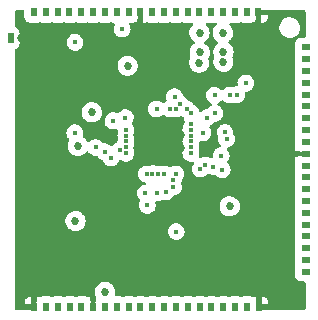
<source format=gbr>
%TF.GenerationSoftware,KiCad,Pcbnew,(5.99.0-9634-gb691c18bfc)*%
%TF.CreationDate,2021-03-08T14:44:59+01:00*%
%TF.ProjectId,nRF52840Breakout,6e524635-3238-4343-9042-7265616b6f75,rev?*%
%TF.SameCoordinates,Original*%
%TF.FileFunction,Copper,L2,Inr*%
%TF.FilePolarity,Positive*%
%FSLAX46Y46*%
G04 Gerber Fmt 4.6, Leading zero omitted, Abs format (unit mm)*
G04 Created by KiCad (PCBNEW (5.99.0-9634-gb691c18bfc)) date 2021-03-08 14:44:59*
%MOMM*%
%LPD*%
G01*
G04 APERTURE LIST*
%TA.AperFunction,ComponentPad*%
%ADD10R,0.600000X0.800000*%
%TD*%
%TA.AperFunction,ComponentPad*%
%ADD11R,0.800000X0.600000*%
%TD*%
%TA.AperFunction,ComponentPad*%
%ADD12R,0.500000X0.900000*%
%TD*%
%TA.AperFunction,ViaPad*%
%ADD13C,0.685800*%
%TD*%
%TA.AperFunction,ViaPad*%
%ADD14C,0.400000*%
%TD*%
G04 APERTURE END LIST*
D10*
%TO.N,Net-(J2-Pad1)*%
%TO.C,J2*%
X24940000Y-16150000D03*
%TO.N,Net-(J2-Pad2)*%
X25940000Y-16150000D03*
%TO.N,Net-(J2-Pad3)*%
X26940000Y-16150000D03*
%TO.N,Net-(J2-Pad4)*%
X27940000Y-16150000D03*
%TO.N,Net-(J2-Pad5)*%
X28940000Y-16150000D03*
%TO.N,Net-(J2-Pad6)*%
X29940000Y-16150000D03*
%TO.N,Net-(J2-Pad7)*%
X30940000Y-16150000D03*
%TO.N,Net-(J2-Pad8)*%
X31940000Y-16150000D03*
%TO.N,Net-(J2-Pad9)*%
X32940000Y-16150000D03*
%TO.N,GND*%
X33940000Y-16150000D03*
%TO.N,Net-(J2-Pad11)*%
X34940000Y-16150000D03*
%TO.N,Net-(J2-Pad12)*%
X35940000Y-16150000D03*
%TO.N,Net-(J2-Pad13)*%
X36940000Y-16150000D03*
%TO.N,Net-(J2-Pad14)*%
X37940000Y-16150000D03*
%TO.N,Net-(J2-Pad15)*%
X38940000Y-16150000D03*
%TO.N,Net-(J2-Pad16)*%
X39940000Y-16150000D03*
%TO.N,SWDCLK*%
X40940000Y-16150000D03*
%TO.N,SWDIO*%
X41940000Y-16150000D03*
%TO.N,RST*%
X42940000Y-16150000D03*
%TO.N,GND*%
X43940000Y-16150000D03*
%TD*%
D11*
%TO.N,Net-(J3-Pad1)*%
%TO.C,J3*%
X47940000Y-19160000D03*
%TO.N,Net-(J3-Pad2)*%
X47940000Y-20160000D03*
%TO.N,Net-(J3-Pad3)*%
X47940000Y-21160000D03*
%TO.N,Net-(J3-Pad4)*%
X47940000Y-22160000D03*
%TO.N,Net-(J3-Pad5)*%
X47940000Y-23160000D03*
%TO.N,Net-(J3-Pad6)*%
X47940000Y-24160000D03*
%TO.N,Net-(J3-Pad7)*%
X47940000Y-25160000D03*
%TO.N,Net-(J3-Pad8)*%
X47940000Y-26160000D03*
%TO.N,Net-(J3-Pad9)*%
X47940000Y-27160000D03*
%TO.N,GND*%
X47940000Y-28160000D03*
%TO.N,VDD*%
X47940000Y-29160000D03*
%TO.N,VDDH*%
X47940000Y-30160000D03*
%TO.N,Net-(J3-Pad13)*%
X47940000Y-31160000D03*
%TO.N,Net-(J3-Pad14)*%
X47940000Y-32160000D03*
%TO.N,Net-(J3-Pad15)*%
X47940000Y-33160000D03*
%TO.N,Net-(J3-Pad16)*%
X47940000Y-34160000D03*
%TO.N,Net-(J3-Pad17)*%
X47940000Y-35160000D03*
%TO.N,Net-(J3-Pad18)*%
X47940000Y-36160000D03*
%TO.N,USB_D+*%
X47940000Y-37160000D03*
%TO.N,USB_D-*%
X47940000Y-38160000D03*
%TD*%
D12*
%TO.N,N/C*%
%TO.C,AE1*%
X22950000Y-18360000D03*
%TD*%
D10*
%TO.N,GND*%
%TO.C,J1*%
X24950000Y-41160000D03*
%TO.N,Net-(J1-Pad2)*%
X25950000Y-41160000D03*
%TO.N,Net-(J1-Pad3)*%
X26950000Y-41160000D03*
%TO.N,Net-(J1-Pad4)*%
X27950000Y-41160000D03*
%TO.N,Net-(J1-Pad5)*%
X28950000Y-41160000D03*
%TO.N,GND*%
X29950000Y-41160000D03*
%TO.N,VDD*%
X30950000Y-41160000D03*
%TO.N,Net-(J1-Pad8)*%
X31950000Y-41160000D03*
%TO.N,Net-(J1-Pad9)*%
X32950000Y-41160000D03*
%TO.N,Net-(J1-Pad10)*%
X33950000Y-41160000D03*
%TO.N,Net-(J1-Pad11)*%
X34950000Y-41160000D03*
%TO.N,Net-(J1-Pad12)*%
X35950000Y-41160000D03*
%TO.N,Net-(J1-Pad13)*%
X36950000Y-41160000D03*
%TO.N,Net-(J1-Pad14)*%
X37950000Y-41160000D03*
%TO.N,Net-(J1-Pad15)*%
X38950000Y-41160000D03*
%TO.N,Net-(J1-Pad16)*%
X39950000Y-41160000D03*
%TO.N,Net-(J1-Pad17)*%
X40950000Y-41160000D03*
%TO.N,Net-(J1-Pad18)*%
X41950000Y-41160000D03*
%TO.N,VBUS*%
X42950000Y-41160000D03*
%TO.N,GND*%
X43950000Y-41160000D03*
%TD*%
D13*
%TO.N,GND*%
X37350000Y-26560000D03*
X30250000Y-36160000D03*
X34850000Y-28760000D03*
D14*
X37070000Y-21850000D03*
D13*
X36150000Y-27660000D03*
X33650000Y-25460000D03*
X35889831Y-33260000D03*
X43960000Y-17340000D03*
X34850000Y-27660000D03*
X36150000Y-28760000D03*
X46720000Y-28180000D03*
X34850000Y-25460000D03*
D14*
X29940000Y-40060000D03*
D13*
X33650000Y-28760000D03*
X23800000Y-18360000D03*
X31377500Y-33960000D03*
D14*
X24940000Y-40090000D03*
X41750000Y-28740000D03*
D13*
X44430000Y-36280000D03*
X39550000Y-31470000D03*
X33950000Y-17220000D03*
X34850000Y-26560000D03*
X27550000Y-25760000D03*
X36150000Y-26560000D03*
X37350000Y-28760000D03*
X30950000Y-26360000D03*
X33650000Y-27660000D03*
X38436400Y-38520000D03*
D14*
X30350000Y-20810000D03*
D13*
X33650000Y-26560000D03*
X36150000Y-25460000D03*
X37350000Y-25460000D03*
X34650000Y-36660000D03*
X37350000Y-27660000D03*
X43940000Y-40000000D03*
D14*
X41280000Y-25070000D03*
D13*
%TO.N,VDD*%
X38920000Y-20440000D03*
X30950000Y-39860000D03*
X40980000Y-19530000D03*
X40970000Y-20380000D03*
D14*
X40230000Y-23220000D03*
D13*
X40940000Y-17910000D03*
X28450000Y-33860000D03*
X29850000Y-24660000D03*
D14*
X41240000Y-26920000D03*
D13*
X38950000Y-17910000D03*
X38970000Y-19580000D03*
D14*
X36970000Y-34750000D03*
D13*
%TO.N,DEC4_6*%
X28640000Y-27490000D03*
X32860000Y-20710000D03*
D14*
%TO.N,Net-(J1-Pad3)*%
X30920000Y-27990000D03*
%TO.N,Net-(J1-Pad5)*%
X32720000Y-28120000D03*
%TO.N,USB_D-*%
X39031113Y-29436263D03*
%TO.N,USB_D+*%
X39410000Y-29110000D03*
%TO.N,RST*%
X38220000Y-27120009D03*
X42880000Y-22190000D03*
%TO.N,Net-(J1-Pad8)*%
X34377000Y-31510000D03*
%TO.N,Net-(J1-Pad9)*%
X34470000Y-29870000D03*
%TO.N,Net-(J1-Pad10)*%
X34528969Y-32535099D03*
%TO.N,Net-(J1-Pad11)*%
X34969550Y-29848743D03*
%TO.N,Net-(J1-Pad12)*%
X35333050Y-31470000D03*
%TO.N,Net-(J1-Pad13)*%
X35470000Y-29870000D03*
%TO.N,Net-(J1-Pad14)*%
X36130000Y-31380000D03*
%TO.N,Net-(J1-Pad15)*%
X35970003Y-29870000D03*
%TO.N,Net-(J1-Pad16)*%
X36743387Y-30946139D03*
%TO.N,Net-(J2-Pad4)*%
X32720000Y-26619991D03*
%TO.N,Net-(J2-Pad3)*%
X30160000Y-27630000D03*
%TO.N,Net-(J2-Pad2)*%
X32720000Y-27119994D03*
%TO.N,Net-(J2-Pad1)*%
X32720000Y-27619997D03*
%TO.N,Net-(J1-Pad2)*%
X31456935Y-28510980D03*
%TO.N,Net-(J1-Pad17)*%
X36720000Y-30370000D03*
%TO.N,Net-(J1-Pad18)*%
X36950000Y-29870000D03*
%TO.N,Net-(J1-Pad4)*%
X32220000Y-27870000D03*
%TO.N,Net-(J2-Pad5)*%
X28406411Y-18735000D03*
X28400000Y-26380000D03*
%TO.N,Net-(J2-Pad6)*%
X32720000Y-26119988D03*
%TO.N,Net-(J2-Pad7)*%
X32400000Y-17600000D03*
X32670000Y-25110000D03*
%TO.N,Net-(J2-Pad8)*%
X31620000Y-25370000D03*
%TO.N,Net-(J2-Pad12)*%
X35320000Y-24380000D03*
%TO.N,Net-(J2-Pad14)*%
X36470000Y-24370000D03*
%TO.N,Net-(J2-Pad15)*%
X36833500Y-23320000D03*
%TO.N,Net-(J2-Pad16)*%
X36970000Y-24370000D03*
%TO.N,Net-(J3-Pad1)*%
X40260000Y-24740000D03*
%TO.N,Net-(J3-Pad2)*%
X38238380Y-24694902D03*
D13*
%TO.N,VBUS*%
X41510000Y-32620000D03*
D14*
%TO.N,Net-(J3-Pad3)*%
X39580718Y-25112782D03*
%TO.N,Net-(J3-Pad4)*%
X38220000Y-25620000D03*
%TO.N,Net-(J3-Pad5)*%
X41110000Y-26360000D03*
%TO.N,Net-(J3-Pad6)*%
X38220000Y-26120003D03*
%TO.N,Net-(J3-Pad7)*%
X39250000Y-26380000D03*
%TO.N,Net-(J3-Pad8)*%
X37276459Y-23929106D03*
X42120000Y-23150000D03*
%TO.N,Net-(J3-Pad9)*%
X41520000Y-23190000D03*
X37850000Y-24380000D03*
%TO.N,Net-(J3-Pad13)*%
X38220000Y-26620006D03*
%TO.N,Net-(J3-Pad14)*%
X40780000Y-28313500D03*
%TO.N,Net-(J3-Pad15)*%
X38220000Y-27620012D03*
%TO.N,Net-(J3-Pad16)*%
X40867966Y-29512034D03*
%TO.N,Net-(J3-Pad17)*%
X38220000Y-28120015D03*
%TO.N,Net-(J3-Pad18)*%
X40090932Y-29249068D03*
%TD*%
%TA.AperFunction,Conductor*%
%TO.N,GND*%
G36*
X23524740Y-16005055D02*
G01*
X24000541Y-16005206D01*
X24068654Y-16025230D01*
X24115130Y-16078900D01*
X24126500Y-16131206D01*
X24126500Y-16550000D01*
X24131727Y-16623079D01*
X24172904Y-16763316D01*
X24197426Y-16801472D01*
X24247051Y-16878691D01*
X24247053Y-16878694D01*
X24251923Y-16886271D01*
X24258733Y-16892172D01*
X24355569Y-16976082D01*
X24355572Y-16976084D01*
X24362381Y-16981984D01*
X24370579Y-16985728D01*
X24486876Y-17038839D01*
X24495330Y-17042700D01*
X24504245Y-17043982D01*
X24504246Y-17043982D01*
X24635552Y-17062861D01*
X24635559Y-17062862D01*
X24640000Y-17063500D01*
X25240000Y-17063500D01*
X25313079Y-17058273D01*
X25399672Y-17032847D01*
X25470668Y-17032847D01*
X25486734Y-17038839D01*
X25487131Y-17038956D01*
X25495330Y-17042700D01*
X25504247Y-17043982D01*
X25635552Y-17062861D01*
X25635559Y-17062862D01*
X25640000Y-17063500D01*
X26240000Y-17063500D01*
X26313079Y-17058273D01*
X26399672Y-17032847D01*
X26470668Y-17032847D01*
X26486734Y-17038839D01*
X26487131Y-17038956D01*
X26495330Y-17042700D01*
X26504247Y-17043982D01*
X26635552Y-17062861D01*
X26635559Y-17062862D01*
X26640000Y-17063500D01*
X27240000Y-17063500D01*
X27313079Y-17058273D01*
X27399672Y-17032847D01*
X27470668Y-17032847D01*
X27486734Y-17038839D01*
X27487131Y-17038956D01*
X27495330Y-17042700D01*
X27504247Y-17043982D01*
X27635552Y-17062861D01*
X27635559Y-17062862D01*
X27640000Y-17063500D01*
X28240000Y-17063500D01*
X28313079Y-17058273D01*
X28399672Y-17032847D01*
X28470668Y-17032847D01*
X28486734Y-17038839D01*
X28487131Y-17038956D01*
X28495330Y-17042700D01*
X28504247Y-17043982D01*
X28635552Y-17062861D01*
X28635559Y-17062862D01*
X28640000Y-17063500D01*
X29240000Y-17063500D01*
X29313079Y-17058273D01*
X29399672Y-17032847D01*
X29470668Y-17032847D01*
X29486734Y-17038839D01*
X29487131Y-17038956D01*
X29495330Y-17042700D01*
X29504247Y-17043982D01*
X29635552Y-17062861D01*
X29635559Y-17062862D01*
X29640000Y-17063500D01*
X30240000Y-17063500D01*
X30313079Y-17058273D01*
X30399672Y-17032847D01*
X30470668Y-17032847D01*
X30486734Y-17038839D01*
X30487131Y-17038956D01*
X30495330Y-17042700D01*
X30504247Y-17043982D01*
X30635552Y-17062861D01*
X30635559Y-17062862D01*
X30640000Y-17063500D01*
X31240000Y-17063500D01*
X31313079Y-17058273D01*
X31399672Y-17032847D01*
X31470668Y-17032847D01*
X31486734Y-17038839D01*
X31487131Y-17038956D01*
X31495330Y-17042700D01*
X31504247Y-17043982D01*
X31635552Y-17062861D01*
X31635559Y-17062862D01*
X31640000Y-17063500D01*
X31668725Y-17063500D01*
X31736846Y-17083502D01*
X31783339Y-17137158D01*
X31793443Y-17207432D01*
X31777032Y-17248793D01*
X31779147Y-17249927D01*
X31775560Y-17256617D01*
X31771190Y-17262835D01*
X31708916Y-17422560D01*
X31707925Y-17430087D01*
X31689791Y-17567828D01*
X31686539Y-17592528D01*
X31705351Y-17762928D01*
X31724238Y-17814538D01*
X31760266Y-17912988D01*
X31764267Y-17923922D01*
X31768503Y-17930225D01*
X31768503Y-17930226D01*
X31834861Y-18028977D01*
X31859884Y-18066216D01*
X31865503Y-18071329D01*
X31865504Y-18071330D01*
X31981067Y-18176484D01*
X31986683Y-18181594D01*
X32000975Y-18189354D01*
X32130666Y-18259771D01*
X32130668Y-18259772D01*
X32137343Y-18263396D01*
X32144692Y-18265324D01*
X32295817Y-18304971D01*
X32295819Y-18304971D01*
X32303167Y-18306899D01*
X32390639Y-18308273D01*
X32466982Y-18309472D01*
X32466985Y-18309472D01*
X32474581Y-18309591D01*
X32481985Y-18307895D01*
X32481987Y-18307895D01*
X32566141Y-18288621D01*
X32641690Y-18271318D01*
X32794845Y-18194289D01*
X32925205Y-18082951D01*
X32951991Y-18045675D01*
X33020808Y-17949906D01*
X33020809Y-17949905D01*
X33025245Y-17943731D01*
X33089188Y-17784667D01*
X33113344Y-17614942D01*
X33113500Y-17600000D01*
X33111685Y-17584997D01*
X33104108Y-17522386D01*
X33092904Y-17429806D01*
X33032306Y-17269438D01*
X33026417Y-17260869D01*
X33025779Y-17258922D01*
X33024485Y-17256447D01*
X33024897Y-17256231D01*
X33004315Y-17193401D01*
X33022199Y-17124694D01*
X33074389Y-17076562D01*
X33130255Y-17063500D01*
X33240000Y-17063500D01*
X33313079Y-17058273D01*
X33400398Y-17032634D01*
X33471393Y-17032634D01*
X33486263Y-17038180D01*
X33504388Y-17043502D01*
X33635554Y-17062361D01*
X33644495Y-17063000D01*
X33667885Y-17063000D01*
X33683124Y-17058525D01*
X33684329Y-17057135D01*
X33686000Y-17049452D01*
X33686000Y-16824337D01*
X33697387Y-16771994D01*
X33728957Y-16702867D01*
X33728958Y-16702864D01*
X33732700Y-16694670D01*
X33742993Y-16623079D01*
X33752861Y-16554448D01*
X33752862Y-16554441D01*
X33753500Y-16550000D01*
X33753500Y-16134338D01*
X33773502Y-16066217D01*
X33827158Y-16019724D01*
X33879540Y-16008338D01*
X33934548Y-16008355D01*
X34000541Y-16008376D01*
X34068654Y-16028399D01*
X34115130Y-16082070D01*
X34126500Y-16134376D01*
X34126500Y-16550000D01*
X34131727Y-16623079D01*
X34172904Y-16763316D01*
X34177775Y-16770895D01*
X34181520Y-16779096D01*
X34178530Y-16780461D01*
X34194000Y-16833139D01*
X34194000Y-17044885D01*
X34198475Y-17060124D01*
X34199865Y-17061329D01*
X34207548Y-17063000D01*
X34237743Y-17063000D01*
X34242250Y-17062839D01*
X34306269Y-17058260D01*
X34319488Y-17055875D01*
X34398983Y-17032533D01*
X34469980Y-17032533D01*
X34486829Y-17038818D01*
X34487134Y-17038957D01*
X34495330Y-17042700D01*
X34504245Y-17043982D01*
X34504246Y-17043982D01*
X34635552Y-17062861D01*
X34635559Y-17062862D01*
X34640000Y-17063500D01*
X35240000Y-17063500D01*
X35313079Y-17058273D01*
X35399672Y-17032847D01*
X35470668Y-17032847D01*
X35486734Y-17038839D01*
X35487131Y-17038956D01*
X35495330Y-17042700D01*
X35504247Y-17043982D01*
X35635552Y-17062861D01*
X35635559Y-17062862D01*
X35640000Y-17063500D01*
X36240000Y-17063500D01*
X36313079Y-17058273D01*
X36399672Y-17032847D01*
X36470668Y-17032847D01*
X36486734Y-17038839D01*
X36487131Y-17038956D01*
X36495330Y-17042700D01*
X36504247Y-17043982D01*
X36635552Y-17062861D01*
X36635559Y-17062862D01*
X36640000Y-17063500D01*
X37240000Y-17063500D01*
X37313079Y-17058273D01*
X37399672Y-17032847D01*
X37470668Y-17032847D01*
X37486734Y-17038839D01*
X37487131Y-17038956D01*
X37495330Y-17042700D01*
X37504247Y-17043982D01*
X37635552Y-17062861D01*
X37635559Y-17062862D01*
X37640000Y-17063500D01*
X38240000Y-17063500D01*
X38242249Y-17063339D01*
X38242253Y-17063339D01*
X38283402Y-17060396D01*
X38352776Y-17075488D01*
X38402978Y-17125690D01*
X38418069Y-17195064D01*
X38393258Y-17261584D01*
X38373721Y-17282310D01*
X38329819Y-17319410D01*
X38325672Y-17324833D01*
X38325671Y-17324835D01*
X38221610Y-17460941D01*
X38221607Y-17460945D01*
X38217466Y-17466362D01*
X38139290Y-17634012D01*
X38098937Y-17814538D01*
X38098291Y-17999518D01*
X38099734Y-18006191D01*
X38099734Y-18006193D01*
X38130635Y-18149110D01*
X38137383Y-18180322D01*
X38214387Y-18348514D01*
X38218491Y-18353960D01*
X38218492Y-18353962D01*
X38296797Y-18457875D01*
X38325711Y-18496246D01*
X38330890Y-18500685D01*
X38330891Y-18500686D01*
X38448874Y-18601809D01*
X38466162Y-18616627D01*
X38507957Y-18639037D01*
X38558540Y-18688856D01*
X38574159Y-18758113D01*
X38549855Y-18824820D01*
X38507179Y-18861538D01*
X38491107Y-18870012D01*
X38485894Y-18874417D01*
X38485890Y-18874420D01*
X38355033Y-18985003D01*
X38355029Y-18985007D01*
X38349819Y-18989410D01*
X38345672Y-18994833D01*
X38345671Y-18994835D01*
X38241610Y-19130941D01*
X38241607Y-19130945D01*
X38237466Y-19136362D01*
X38159290Y-19304012D01*
X38118937Y-19484538D01*
X38118291Y-19669518D01*
X38119734Y-19676191D01*
X38119734Y-19676193D01*
X38145130Y-19793650D01*
X38157383Y-19850322D01*
X38160224Y-19856527D01*
X38181788Y-19903628D01*
X38191958Y-19973893D01*
X38181419Y-20009328D01*
X38137268Y-20104012D01*
X38109290Y-20164012D01*
X38068937Y-20344538D01*
X38068913Y-20351367D01*
X38068913Y-20351368D01*
X38068825Y-20376508D01*
X38068291Y-20529518D01*
X38069734Y-20536191D01*
X38069734Y-20536193D01*
X38103134Y-20690668D01*
X38107383Y-20710322D01*
X38184387Y-20878514D01*
X38188491Y-20883960D01*
X38188492Y-20883962D01*
X38256077Y-20973650D01*
X38295711Y-21026246D01*
X38300890Y-21030685D01*
X38300891Y-21030686D01*
X38430106Y-21141436D01*
X38436162Y-21146627D01*
X38449842Y-21153962D01*
X38593170Y-21230814D01*
X38593172Y-21230815D01*
X38599187Y-21234040D01*
X38605755Y-21235899D01*
X38605756Y-21235899D01*
X38704893Y-21263952D01*
X38777179Y-21284407D01*
X38783987Y-21284811D01*
X38783990Y-21284812D01*
X38936958Y-21293900D01*
X38961835Y-21295378D01*
X39042833Y-21282549D01*
X39137805Y-21267507D01*
X39137809Y-21267506D01*
X39144539Y-21266440D01*
X39150885Y-21263953D01*
X39150889Y-21263952D01*
X39310412Y-21201436D01*
X39310416Y-21201434D01*
X39316767Y-21198945D01*
X39383961Y-21153962D01*
X39464815Y-21099835D01*
X39464818Y-21099832D01*
X39470483Y-21096040D01*
X39483771Y-21082184D01*
X39593795Y-20967452D01*
X39598517Y-20962528D01*
X39694894Y-20804637D01*
X39725233Y-20716527D01*
X39752895Y-20636191D01*
X39752896Y-20636188D01*
X39755118Y-20629734D01*
X39757648Y-20607872D01*
X39775975Y-20449471D01*
X39775975Y-20449470D01*
X39776379Y-20445979D01*
X39776400Y-20440000D01*
X39775750Y-20434012D01*
X39758208Y-20272543D01*
X39756422Y-20256101D01*
X39703498Y-20098838D01*
X39700728Y-20027897D01*
X39715368Y-19993009D01*
X39744894Y-19944637D01*
X39757841Y-19907035D01*
X39802895Y-19776191D01*
X39802896Y-19776188D01*
X39805118Y-19769734D01*
X39817504Y-19662689D01*
X39825975Y-19589471D01*
X39825975Y-19589470D01*
X39826379Y-19585979D01*
X39826400Y-19580000D01*
X39806422Y-19396101D01*
X39760847Y-19260675D01*
X39749597Y-19227246D01*
X39749596Y-19227244D01*
X39747421Y-19220781D01*
X39652148Y-19062221D01*
X39525050Y-18927819D01*
X39439990Y-18870012D01*
X39399186Y-18842282D01*
X39354087Y-18787449D01*
X39345793Y-18716939D01*
X39376936Y-18653137D01*
X39399914Y-18633366D01*
X39494815Y-18569835D01*
X39494818Y-18569832D01*
X39500483Y-18566040D01*
X39628517Y-18432528D01*
X39645374Y-18404913D01*
X39721334Y-18280469D01*
X39724894Y-18274637D01*
X39766376Y-18154164D01*
X39782895Y-18106191D01*
X39782896Y-18106188D01*
X39785118Y-18099734D01*
X39788276Y-18072445D01*
X39805975Y-17919471D01*
X39805975Y-17919470D01*
X39806379Y-17915979D01*
X39806400Y-17910000D01*
X39805258Y-17899481D01*
X39794939Y-17804502D01*
X39786422Y-17726101D01*
X39743985Y-17600000D01*
X39729597Y-17557246D01*
X39729596Y-17557244D01*
X39727421Y-17550781D01*
X39632148Y-17392221D01*
X39588324Y-17345878D01*
X39519617Y-17273223D01*
X39487345Y-17209985D01*
X39494385Y-17139338D01*
X39538502Y-17083713D01*
X39605689Y-17060769D01*
X39629099Y-17061933D01*
X39635546Y-17062860D01*
X39635551Y-17062860D01*
X39640000Y-17063500D01*
X40240000Y-17063500D01*
X40272476Y-17061177D01*
X40341849Y-17076268D01*
X40392052Y-17126470D01*
X40407144Y-17195844D01*
X40382334Y-17262364D01*
X40362793Y-17283094D01*
X40325033Y-17315003D01*
X40325029Y-17315007D01*
X40319819Y-17319410D01*
X40315672Y-17324833D01*
X40315671Y-17324835D01*
X40211610Y-17460941D01*
X40211607Y-17460945D01*
X40207466Y-17466362D01*
X40129290Y-17634012D01*
X40088937Y-17814538D01*
X40088291Y-17999518D01*
X40089734Y-18006191D01*
X40089734Y-18006193D01*
X40120635Y-18149110D01*
X40127383Y-18180322D01*
X40204387Y-18348514D01*
X40208491Y-18353960D01*
X40208492Y-18353962D01*
X40286797Y-18457875D01*
X40315711Y-18496246D01*
X40320890Y-18500685D01*
X40320891Y-18500686D01*
X40438874Y-18601809D01*
X40456162Y-18616627D01*
X40467509Y-18622711D01*
X40518092Y-18672528D01*
X40533712Y-18741785D01*
X40509409Y-18808492D01*
X40489296Y-18829993D01*
X40365033Y-18935003D01*
X40365029Y-18935007D01*
X40359819Y-18939410D01*
X40355672Y-18944833D01*
X40355671Y-18944835D01*
X40251610Y-19080941D01*
X40251607Y-19080945D01*
X40247466Y-19086362D01*
X40169290Y-19254012D01*
X40128937Y-19434538D01*
X40128913Y-19441367D01*
X40128913Y-19441368D01*
X40128617Y-19526028D01*
X40128291Y-19619518D01*
X40129734Y-19626191D01*
X40129734Y-19626193D01*
X40164486Y-19786921D01*
X40167383Y-19800322D01*
X40170224Y-19806527D01*
X40209295Y-19891866D01*
X40219465Y-19962130D01*
X40208926Y-19997567D01*
X40203442Y-20009328D01*
X40159290Y-20104012D01*
X40118937Y-20284538D01*
X40118291Y-20469518D01*
X40119734Y-20476191D01*
X40119734Y-20476193D01*
X40154328Y-20636191D01*
X40157383Y-20650322D01*
X40234387Y-20818514D01*
X40238491Y-20823960D01*
X40238492Y-20823962D01*
X40316797Y-20927875D01*
X40345711Y-20966246D01*
X40486162Y-21086627D01*
X40510795Y-21099835D01*
X40643170Y-21170814D01*
X40643172Y-21170815D01*
X40649187Y-21174040D01*
X40655755Y-21175899D01*
X40655756Y-21175899D01*
X40723784Y-21195149D01*
X40827179Y-21224407D01*
X40833987Y-21224811D01*
X40833990Y-21224812D01*
X40986958Y-21233900D01*
X41011835Y-21235378D01*
X41092833Y-21222549D01*
X41187805Y-21207507D01*
X41187809Y-21207506D01*
X41194539Y-21206440D01*
X41200885Y-21203953D01*
X41200889Y-21203952D01*
X41360412Y-21141436D01*
X41360416Y-21141434D01*
X41366767Y-21138945D01*
X41430857Y-21096040D01*
X41514815Y-21039835D01*
X41514818Y-21039832D01*
X41520483Y-21036040D01*
X41648517Y-20902528D01*
X41663176Y-20878514D01*
X41741334Y-20750469D01*
X41744894Y-20744637D01*
X41756710Y-20710322D01*
X41802895Y-20576191D01*
X41802896Y-20576188D01*
X41805118Y-20569734D01*
X41810167Y-20526101D01*
X41825975Y-20389471D01*
X41825975Y-20389470D01*
X41826379Y-20385979D01*
X41826400Y-20380000D01*
X41821824Y-20337872D01*
X41807159Y-20202888D01*
X41806422Y-20196101D01*
X41747421Y-20020781D01*
X41745093Y-20016907D01*
X41734808Y-19947552D01*
X41749286Y-19907035D01*
X41748433Y-19906634D01*
X41751334Y-19900469D01*
X41754894Y-19894637D01*
X41765354Y-19864260D01*
X41812895Y-19726191D01*
X41812896Y-19726188D01*
X41815118Y-19719734D01*
X41826696Y-19619672D01*
X41835975Y-19539471D01*
X41835975Y-19539470D01*
X41836379Y-19535979D01*
X41836400Y-19530000D01*
X41836003Y-19526340D01*
X41822591Y-19402888D01*
X41816422Y-19346101D01*
X41776423Y-19227246D01*
X41759597Y-19177246D01*
X41759596Y-19177244D01*
X41757421Y-19170781D01*
X41662148Y-19012221D01*
X41535050Y-18877819D01*
X41523563Y-18870012D01*
X41436324Y-18810725D01*
X41391225Y-18755892D01*
X41382931Y-18685382D01*
X41414074Y-18621581D01*
X41437053Y-18601809D01*
X41484811Y-18569838D01*
X41484816Y-18569834D01*
X41490483Y-18566040D01*
X41618517Y-18432528D01*
X41635374Y-18404913D01*
X41711334Y-18280469D01*
X41714894Y-18274637D01*
X41756376Y-18154164D01*
X41772895Y-18106191D01*
X41772896Y-18106188D01*
X41775118Y-18099734D01*
X41778276Y-18072445D01*
X41795975Y-17919471D01*
X41795975Y-17919470D01*
X41796379Y-17915979D01*
X41796400Y-17910000D01*
X41795258Y-17899481D01*
X41784939Y-17804502D01*
X41776422Y-17726101D01*
X41733985Y-17600000D01*
X41719597Y-17557246D01*
X41719596Y-17557244D01*
X41717421Y-17550781D01*
X41645325Y-17430793D01*
X45709874Y-17430793D01*
X45710231Y-17437610D01*
X45710231Y-17437614D01*
X45712349Y-17478016D01*
X45719839Y-17620935D01*
X45721650Y-17627509D01*
X45721650Y-17627510D01*
X45764939Y-17784667D01*
X45770402Y-17804502D01*
X45859203Y-17972929D01*
X45863605Y-17978138D01*
X45863607Y-17978141D01*
X45925447Y-18051318D01*
X45982100Y-18118357D01*
X46133359Y-18234004D01*
X46250487Y-18288621D01*
X46291821Y-18307895D01*
X46305923Y-18314471D01*
X46312580Y-18315959D01*
X46486697Y-18354879D01*
X46486700Y-18354879D01*
X46491740Y-18356006D01*
X46496904Y-18356295D01*
X46496906Y-18356295D01*
X46497609Y-18356334D01*
X46500575Y-18356500D01*
X46636027Y-18356500D01*
X46640575Y-18356006D01*
X46728080Y-18346500D01*
X46779289Y-18340937D01*
X46959747Y-18280206D01*
X46969016Y-18274637D01*
X47102736Y-18194289D01*
X47122954Y-18182141D01*
X47261296Y-18051318D01*
X47353272Y-17915979D01*
X47364484Y-17899481D01*
X47364485Y-17899479D01*
X47368318Y-17893839D01*
X47388389Y-17843660D01*
X47436492Y-17723394D01*
X47436493Y-17723392D01*
X47439028Y-17717053D01*
X47460890Y-17584997D01*
X47469011Y-17535945D01*
X47469011Y-17535941D01*
X47470126Y-17529207D01*
X47469745Y-17521923D01*
X47460518Y-17345878D01*
X47460161Y-17339065D01*
X47441113Y-17269913D01*
X47411410Y-17162076D01*
X47411410Y-17162075D01*
X47409598Y-17155498D01*
X47320797Y-16987071D01*
X47316395Y-16981862D01*
X47316393Y-16981859D01*
X47202305Y-16846856D01*
X47197900Y-16841643D01*
X47186778Y-16833139D01*
X47116092Y-16779096D01*
X47046641Y-16725996D01*
X46874077Y-16645529D01*
X46802645Y-16629562D01*
X46693303Y-16605121D01*
X46693300Y-16605121D01*
X46688260Y-16603994D01*
X46683096Y-16603705D01*
X46683094Y-16603705D01*
X46682391Y-16603666D01*
X46679425Y-16603500D01*
X46543973Y-16603500D01*
X46540576Y-16603869D01*
X46529051Y-16605121D01*
X46400711Y-16619063D01*
X46220253Y-16679794D01*
X46214403Y-16683309D01*
X46214401Y-16683310D01*
X46181853Y-16702867D01*
X46057046Y-16777859D01*
X45918704Y-16908682D01*
X45914869Y-16914325D01*
X45815785Y-17060124D01*
X45811682Y-17066161D01*
X45809150Y-17072490D01*
X45809149Y-17072493D01*
X45754156Y-17209985D01*
X45740972Y-17242947D01*
X45734455Y-17282314D01*
X45712108Y-17417300D01*
X45709874Y-17430793D01*
X41645325Y-17430793D01*
X41622148Y-17392221D01*
X41508043Y-17271558D01*
X41475772Y-17208321D01*
X41482812Y-17137674D01*
X41526929Y-17082049D01*
X41594116Y-17059105D01*
X41617525Y-17060269D01*
X41635544Y-17062860D01*
X41635553Y-17062861D01*
X41640000Y-17063500D01*
X42240000Y-17063500D01*
X42313079Y-17058273D01*
X42399672Y-17032847D01*
X42470668Y-17032847D01*
X42486734Y-17038839D01*
X42487131Y-17038956D01*
X42495330Y-17042700D01*
X42504247Y-17043982D01*
X42635552Y-17062861D01*
X42635559Y-17062862D01*
X42640000Y-17063500D01*
X43240000Y-17063500D01*
X43313079Y-17058273D01*
X43400398Y-17032634D01*
X43471393Y-17032634D01*
X43486263Y-17038180D01*
X43504388Y-17043502D01*
X43635554Y-17062361D01*
X43644495Y-17063000D01*
X43667885Y-17063000D01*
X43683124Y-17058525D01*
X43684329Y-17057135D01*
X43686000Y-17049452D01*
X43686000Y-16824337D01*
X43697387Y-16771994D01*
X43728957Y-16702867D01*
X43728958Y-16702864D01*
X43732700Y-16694670D01*
X43742993Y-16623079D01*
X43752861Y-16554448D01*
X43752862Y-16554441D01*
X43753500Y-16550000D01*
X43753500Y-16417548D01*
X44194000Y-16417548D01*
X44194000Y-17044885D01*
X44198475Y-17060124D01*
X44199865Y-17061329D01*
X44207548Y-17063000D01*
X44237743Y-17063000D01*
X44242250Y-17062839D01*
X44306269Y-17058260D01*
X44319491Y-17055874D01*
X44444458Y-17019181D01*
X44460692Y-17011767D01*
X44568360Y-16942574D01*
X44581847Y-16930888D01*
X44665662Y-16834160D01*
X44675307Y-16819152D01*
X44728477Y-16702725D01*
X44733502Y-16685612D01*
X44752361Y-16554446D01*
X44753000Y-16545503D01*
X44753000Y-16422115D01*
X44748525Y-16406876D01*
X44747135Y-16405671D01*
X44739452Y-16404000D01*
X44212115Y-16404000D01*
X44196876Y-16408475D01*
X44195671Y-16409865D01*
X44194000Y-16417548D01*
X43753500Y-16417548D01*
X43753500Y-16137507D01*
X43773502Y-16069386D01*
X43827158Y-16022893D01*
X43879539Y-16011507D01*
X47804040Y-16012751D01*
X47872154Y-16032775D01*
X47918630Y-16086445D01*
X47930000Y-16138751D01*
X47930000Y-18220500D01*
X47909998Y-18288621D01*
X47856342Y-18335114D01*
X47804000Y-18346500D01*
X47540000Y-18346500D01*
X47466921Y-18351727D01*
X47413884Y-18367300D01*
X47335330Y-18390365D01*
X47335328Y-18390366D01*
X47326684Y-18392904D01*
X47288528Y-18417426D01*
X47211309Y-18467051D01*
X47211306Y-18467053D01*
X47203729Y-18471923D01*
X47197828Y-18478733D01*
X47113918Y-18575569D01*
X47113916Y-18575572D01*
X47108016Y-18582381D01*
X47104272Y-18590579D01*
X47090904Y-18619852D01*
X47047300Y-18715330D01*
X47046018Y-18724245D01*
X47046018Y-18724246D01*
X47027139Y-18855552D01*
X47027138Y-18855559D01*
X47026500Y-18860000D01*
X47026500Y-19460000D01*
X47031727Y-19533079D01*
X47057108Y-19619518D01*
X47057153Y-19619672D01*
X47057153Y-19690668D01*
X47051161Y-19706734D01*
X47051044Y-19707131D01*
X47047300Y-19715330D01*
X47046018Y-19724247D01*
X47027139Y-19855552D01*
X47027138Y-19855559D01*
X47026500Y-19860000D01*
X47026500Y-20460000D01*
X47031727Y-20533079D01*
X47057153Y-20619672D01*
X47057153Y-20690668D01*
X47051161Y-20706734D01*
X47051044Y-20707131D01*
X47047300Y-20715330D01*
X47046018Y-20724247D01*
X47027139Y-20855552D01*
X47027138Y-20855559D01*
X47026500Y-20860000D01*
X47026500Y-21460000D01*
X47031727Y-21533079D01*
X47057153Y-21619672D01*
X47057153Y-21690668D01*
X47051161Y-21706734D01*
X47051044Y-21707131D01*
X47047300Y-21715330D01*
X47046018Y-21724247D01*
X47027139Y-21855552D01*
X47027138Y-21855559D01*
X47026500Y-21860000D01*
X47026500Y-22460000D01*
X47031727Y-22533079D01*
X47054937Y-22612126D01*
X47057153Y-22619672D01*
X47057153Y-22690668D01*
X47051161Y-22706734D01*
X47051044Y-22707131D01*
X47047300Y-22715330D01*
X47046018Y-22724247D01*
X47027139Y-22855552D01*
X47027138Y-22855559D01*
X47026500Y-22860000D01*
X47026500Y-23460000D01*
X47031727Y-23533079D01*
X47050949Y-23598544D01*
X47057153Y-23619672D01*
X47057153Y-23690668D01*
X47051161Y-23706734D01*
X47051044Y-23707131D01*
X47047300Y-23715330D01*
X47046018Y-23724247D01*
X47027139Y-23855552D01*
X47027138Y-23855559D01*
X47026500Y-23860000D01*
X47026500Y-24460000D01*
X47031727Y-24533079D01*
X47040964Y-24564538D01*
X47057153Y-24619672D01*
X47057153Y-24690668D01*
X47051161Y-24706734D01*
X47051044Y-24707131D01*
X47047300Y-24715330D01*
X47046018Y-24724247D01*
X47027139Y-24855552D01*
X47027138Y-24855559D01*
X47026500Y-24860000D01*
X47026500Y-25460000D01*
X47031727Y-25533079D01*
X47049307Y-25592951D01*
X47057153Y-25619672D01*
X47057153Y-25690668D01*
X47051161Y-25706734D01*
X47051044Y-25707131D01*
X47047300Y-25715330D01*
X47046018Y-25724247D01*
X47027139Y-25855552D01*
X47027138Y-25855559D01*
X47026500Y-25860000D01*
X47026500Y-26460000D01*
X47031727Y-26533079D01*
X47050361Y-26596540D01*
X47057153Y-26619672D01*
X47057153Y-26690668D01*
X47051161Y-26706734D01*
X47051044Y-26707131D01*
X47047300Y-26715330D01*
X47046018Y-26724247D01*
X47027139Y-26855552D01*
X47027138Y-26855559D01*
X47026500Y-26860000D01*
X47026500Y-27460000D01*
X47031727Y-27533079D01*
X47057253Y-27620012D01*
X47057366Y-27620397D01*
X47057366Y-27691393D01*
X47051820Y-27706263D01*
X47046498Y-27724388D01*
X47027639Y-27855554D01*
X47027000Y-27864495D01*
X47027000Y-27887885D01*
X47031475Y-27903124D01*
X47032865Y-27904329D01*
X47040548Y-27906000D01*
X47265663Y-27906000D01*
X47318006Y-27917387D01*
X47387133Y-27948957D01*
X47387136Y-27948958D01*
X47395330Y-27952700D01*
X47404247Y-27953982D01*
X47535552Y-27972861D01*
X47535559Y-27972862D01*
X47540000Y-27973500D01*
X47930000Y-27973500D01*
X47930000Y-28346500D01*
X47540000Y-28346500D01*
X47466921Y-28351727D01*
X47413884Y-28367300D01*
X47335330Y-28390365D01*
X47335328Y-28390366D01*
X47326684Y-28392904D01*
X47319105Y-28397775D01*
X47310904Y-28401520D01*
X47309539Y-28398530D01*
X47256861Y-28414000D01*
X47045115Y-28414000D01*
X47029876Y-28418475D01*
X47028671Y-28419865D01*
X47027000Y-28427548D01*
X47027000Y-28457743D01*
X47027161Y-28462250D01*
X47031740Y-28526269D01*
X47034125Y-28539488D01*
X47057467Y-28618983D01*
X47057467Y-28689980D01*
X47051182Y-28706829D01*
X47047300Y-28715330D01*
X47046018Y-28724245D01*
X47046018Y-28724246D01*
X47027139Y-28855552D01*
X47027138Y-28855559D01*
X47026500Y-28860000D01*
X47026500Y-29460000D01*
X47031727Y-29533079D01*
X47033631Y-29539562D01*
X47057153Y-29619672D01*
X47057153Y-29690668D01*
X47051161Y-29706734D01*
X47051044Y-29707131D01*
X47047300Y-29715330D01*
X47046018Y-29724247D01*
X47027139Y-29855552D01*
X47027138Y-29855559D01*
X47026500Y-29860000D01*
X47026500Y-30460000D01*
X47031727Y-30533079D01*
X47052623Y-30604244D01*
X47057153Y-30619672D01*
X47057153Y-30690668D01*
X47051161Y-30706734D01*
X47051044Y-30707131D01*
X47047300Y-30715330D01*
X47046018Y-30724247D01*
X47027139Y-30855552D01*
X47027138Y-30855559D01*
X47026500Y-30860000D01*
X47026500Y-31460000D01*
X47031727Y-31533079D01*
X47057000Y-31619152D01*
X47057153Y-31619672D01*
X47057153Y-31690668D01*
X47051161Y-31706734D01*
X47051044Y-31707131D01*
X47047300Y-31715330D01*
X47046018Y-31724247D01*
X47027139Y-31855552D01*
X47027138Y-31855559D01*
X47026500Y-31860000D01*
X47026500Y-32460000D01*
X47031727Y-32533079D01*
X47052748Y-32604670D01*
X47057153Y-32619672D01*
X47057153Y-32690668D01*
X47051161Y-32706734D01*
X47051044Y-32707131D01*
X47047300Y-32715330D01*
X47046018Y-32724247D01*
X47027139Y-32855552D01*
X47027138Y-32855559D01*
X47026500Y-32860000D01*
X47026500Y-33460000D01*
X47031727Y-33533079D01*
X47046682Y-33584012D01*
X47057153Y-33619672D01*
X47057153Y-33690668D01*
X47051161Y-33706734D01*
X47051044Y-33707131D01*
X47047300Y-33715330D01*
X47046018Y-33724247D01*
X47027139Y-33855552D01*
X47027138Y-33855559D01*
X47026500Y-33860000D01*
X47026500Y-34460000D01*
X47031727Y-34533079D01*
X47057153Y-34619672D01*
X47057153Y-34690668D01*
X47051161Y-34706734D01*
X47051044Y-34707131D01*
X47047300Y-34715330D01*
X47046018Y-34724247D01*
X47027139Y-34855552D01*
X47027138Y-34855559D01*
X47026500Y-34860000D01*
X47026500Y-35460000D01*
X47031727Y-35533079D01*
X47033631Y-35539562D01*
X47057153Y-35619672D01*
X47057153Y-35690668D01*
X47051161Y-35706734D01*
X47051044Y-35707131D01*
X47047300Y-35715330D01*
X47046018Y-35724247D01*
X47027139Y-35855552D01*
X47027138Y-35855559D01*
X47026500Y-35860000D01*
X47026500Y-36460000D01*
X47031727Y-36533079D01*
X47033631Y-36539562D01*
X47057153Y-36619672D01*
X47057153Y-36690668D01*
X47051161Y-36706734D01*
X47051044Y-36707131D01*
X47047300Y-36715330D01*
X47046018Y-36724247D01*
X47027139Y-36855552D01*
X47027138Y-36855559D01*
X47026500Y-36860000D01*
X47026500Y-37460000D01*
X47031727Y-37533079D01*
X47033631Y-37539562D01*
X47057153Y-37619672D01*
X47057153Y-37690668D01*
X47051161Y-37706734D01*
X47051044Y-37707131D01*
X47047300Y-37715330D01*
X47046018Y-37724247D01*
X47027139Y-37855552D01*
X47027138Y-37855559D01*
X47026500Y-37860000D01*
X47026500Y-38460000D01*
X47031727Y-38533079D01*
X47072904Y-38673316D01*
X47077775Y-38680895D01*
X47147051Y-38788691D01*
X47147053Y-38788694D01*
X47151923Y-38796271D01*
X47158733Y-38802172D01*
X47255569Y-38886082D01*
X47255572Y-38886084D01*
X47262381Y-38891984D01*
X47395330Y-38952700D01*
X47404245Y-38953982D01*
X47404246Y-38953982D01*
X47535552Y-38972861D01*
X47535559Y-38972862D01*
X47540000Y-38973500D01*
X47804000Y-38973500D01*
X47872121Y-38993502D01*
X47918614Y-39047158D01*
X47930000Y-39099500D01*
X47930000Y-41266000D01*
X47909998Y-41334121D01*
X47856342Y-41380614D01*
X47804000Y-41392000D01*
X43889500Y-41392000D01*
X43821379Y-41371998D01*
X43774886Y-41318342D01*
X43763500Y-41266000D01*
X43763500Y-40760000D01*
X43758273Y-40686921D01*
X43717096Y-40546684D01*
X43712225Y-40539105D01*
X43708480Y-40530904D01*
X43711470Y-40529539D01*
X43696000Y-40476861D01*
X43696000Y-40265115D01*
X43694659Y-40260548D01*
X44204000Y-40260548D01*
X44204000Y-40887885D01*
X44208475Y-40903124D01*
X44209865Y-40904329D01*
X44217548Y-40906000D01*
X44744885Y-40906000D01*
X44760124Y-40901525D01*
X44761329Y-40900135D01*
X44763000Y-40892452D01*
X44763000Y-40762257D01*
X44762839Y-40757750D01*
X44758260Y-40693731D01*
X44755874Y-40680509D01*
X44719181Y-40555542D01*
X44711767Y-40539308D01*
X44642574Y-40431640D01*
X44630888Y-40418153D01*
X44534160Y-40334338D01*
X44519152Y-40324693D01*
X44402725Y-40271523D01*
X44385612Y-40266498D01*
X44254446Y-40247639D01*
X44245505Y-40247000D01*
X44222115Y-40247000D01*
X44206876Y-40251475D01*
X44205671Y-40252865D01*
X44204000Y-40260548D01*
X43694659Y-40260548D01*
X43691525Y-40249876D01*
X43690135Y-40248671D01*
X43682452Y-40247000D01*
X43652257Y-40247000D01*
X43647750Y-40247161D01*
X43583731Y-40251740D01*
X43570512Y-40254125D01*
X43491017Y-40277467D01*
X43420020Y-40277467D01*
X43403171Y-40271182D01*
X43402866Y-40271043D01*
X43394670Y-40267300D01*
X43385755Y-40266018D01*
X43385754Y-40266018D01*
X43254448Y-40247139D01*
X43254441Y-40247138D01*
X43250000Y-40246500D01*
X42650000Y-40246500D01*
X42576921Y-40251727D01*
X42490328Y-40277153D01*
X42419332Y-40277153D01*
X42403266Y-40271161D01*
X42402869Y-40271044D01*
X42394670Y-40267300D01*
X42374947Y-40264464D01*
X42254448Y-40247139D01*
X42254441Y-40247138D01*
X42250000Y-40246500D01*
X41650000Y-40246500D01*
X41576921Y-40251727D01*
X41490328Y-40277153D01*
X41419332Y-40277153D01*
X41403266Y-40271161D01*
X41402869Y-40271044D01*
X41394670Y-40267300D01*
X41374947Y-40264464D01*
X41254448Y-40247139D01*
X41254441Y-40247138D01*
X41250000Y-40246500D01*
X40650000Y-40246500D01*
X40576921Y-40251727D01*
X40490328Y-40277153D01*
X40419332Y-40277153D01*
X40403266Y-40271161D01*
X40402869Y-40271044D01*
X40394670Y-40267300D01*
X40374947Y-40264464D01*
X40254448Y-40247139D01*
X40254441Y-40247138D01*
X40250000Y-40246500D01*
X39650000Y-40246500D01*
X39576921Y-40251727D01*
X39490328Y-40277153D01*
X39419332Y-40277153D01*
X39403266Y-40271161D01*
X39402869Y-40271044D01*
X39394670Y-40267300D01*
X39374947Y-40264464D01*
X39254448Y-40247139D01*
X39254441Y-40247138D01*
X39250000Y-40246500D01*
X38650000Y-40246500D01*
X38576921Y-40251727D01*
X38490328Y-40277153D01*
X38419332Y-40277153D01*
X38403266Y-40271161D01*
X38402869Y-40271044D01*
X38394670Y-40267300D01*
X38374947Y-40264464D01*
X38254448Y-40247139D01*
X38254441Y-40247138D01*
X38250000Y-40246500D01*
X37650000Y-40246500D01*
X37576921Y-40251727D01*
X37490328Y-40277153D01*
X37419332Y-40277153D01*
X37403266Y-40271161D01*
X37402869Y-40271044D01*
X37394670Y-40267300D01*
X37374947Y-40264464D01*
X37254448Y-40247139D01*
X37254441Y-40247138D01*
X37250000Y-40246500D01*
X36650000Y-40246500D01*
X36576921Y-40251727D01*
X36490328Y-40277153D01*
X36419332Y-40277153D01*
X36403266Y-40271161D01*
X36402869Y-40271044D01*
X36394670Y-40267300D01*
X36374947Y-40264464D01*
X36254448Y-40247139D01*
X36254441Y-40247138D01*
X36250000Y-40246500D01*
X35650000Y-40246500D01*
X35576921Y-40251727D01*
X35490328Y-40277153D01*
X35419332Y-40277153D01*
X35403266Y-40271161D01*
X35402869Y-40271044D01*
X35394670Y-40267300D01*
X35374947Y-40264464D01*
X35254448Y-40247139D01*
X35254441Y-40247138D01*
X35250000Y-40246500D01*
X34650000Y-40246500D01*
X34576921Y-40251727D01*
X34490328Y-40277153D01*
X34419332Y-40277153D01*
X34403266Y-40271161D01*
X34402869Y-40271044D01*
X34394670Y-40267300D01*
X34374947Y-40264464D01*
X34254448Y-40247139D01*
X34254441Y-40247138D01*
X34250000Y-40246500D01*
X33650000Y-40246500D01*
X33576921Y-40251727D01*
X33490328Y-40277153D01*
X33419332Y-40277153D01*
X33403266Y-40271161D01*
X33402869Y-40271044D01*
X33394670Y-40267300D01*
X33374947Y-40264464D01*
X33254448Y-40247139D01*
X33254441Y-40247138D01*
X33250000Y-40246500D01*
X32650000Y-40246500D01*
X32576921Y-40251727D01*
X32490328Y-40277153D01*
X32419332Y-40277153D01*
X32403266Y-40271161D01*
X32402869Y-40271044D01*
X32394670Y-40267300D01*
X32374947Y-40264464D01*
X32254448Y-40247139D01*
X32254441Y-40247138D01*
X32250000Y-40246500D01*
X31894011Y-40246500D01*
X31825890Y-40226498D01*
X31779397Y-40172842D01*
X31769293Y-40102568D01*
X31774874Y-40079483D01*
X31785118Y-40049734D01*
X31797504Y-39942689D01*
X31805975Y-39869471D01*
X31805975Y-39869470D01*
X31806379Y-39865979D01*
X31806400Y-39860000D01*
X31786422Y-39676101D01*
X31727421Y-39500781D01*
X31632148Y-39342221D01*
X31505050Y-39207819D01*
X31419990Y-39150012D01*
X31357698Y-39107679D01*
X31352055Y-39103844D01*
X31345725Y-39101312D01*
X31345721Y-39101310D01*
X31186641Y-39037683D01*
X31180303Y-39035148D01*
X31173573Y-39034034D01*
X31173570Y-39034033D01*
X31004543Y-39006050D01*
X31004540Y-39006050D01*
X30997806Y-39004935D01*
X30990990Y-39005292D01*
X30990986Y-39005292D01*
X30870426Y-39011611D01*
X30813078Y-39014617D01*
X30806500Y-39016429D01*
X30806499Y-39016429D01*
X30641315Y-39061927D01*
X30641311Y-39061928D01*
X30634738Y-39063739D01*
X30628707Y-39066919D01*
X30628704Y-39066920D01*
X30570051Y-39097845D01*
X30471107Y-39150012D01*
X30465894Y-39154417D01*
X30465890Y-39154420D01*
X30335033Y-39265003D01*
X30335029Y-39265007D01*
X30329819Y-39269410D01*
X30325672Y-39274833D01*
X30325671Y-39274835D01*
X30221610Y-39410941D01*
X30221607Y-39410945D01*
X30217466Y-39416362D01*
X30139290Y-39584012D01*
X30098937Y-39764538D01*
X30098291Y-39949518D01*
X30099734Y-39956191D01*
X30099734Y-39956193D01*
X30126390Y-40079477D01*
X30137383Y-40130322D01*
X30140224Y-40136527D01*
X30192564Y-40250848D01*
X30204000Y-40303299D01*
X30204000Y-40485663D01*
X30192613Y-40538005D01*
X30157300Y-40615330D01*
X30156018Y-40624247D01*
X30137139Y-40755552D01*
X30137139Y-40755554D01*
X30136500Y-40760000D01*
X30136500Y-41266000D01*
X30116498Y-41334121D01*
X30062842Y-41380614D01*
X30010500Y-41392000D01*
X29889500Y-41392000D01*
X29821379Y-41371998D01*
X29774886Y-41318342D01*
X29763500Y-41266000D01*
X29763500Y-40760000D01*
X29758273Y-40686921D01*
X29717096Y-40546684D01*
X29712225Y-40539105D01*
X29708480Y-40530904D01*
X29711470Y-40529539D01*
X29696000Y-40476861D01*
X29696000Y-40265115D01*
X29691525Y-40249876D01*
X29690135Y-40248671D01*
X29682452Y-40247000D01*
X29652257Y-40247000D01*
X29647750Y-40247161D01*
X29583731Y-40251740D01*
X29570512Y-40254125D01*
X29491017Y-40277467D01*
X29420020Y-40277467D01*
X29403171Y-40271182D01*
X29402866Y-40271043D01*
X29394670Y-40267300D01*
X29385755Y-40266018D01*
X29385754Y-40266018D01*
X29254448Y-40247139D01*
X29254441Y-40247138D01*
X29250000Y-40246500D01*
X28650000Y-40246500D01*
X28576921Y-40251727D01*
X28490328Y-40277153D01*
X28419332Y-40277153D01*
X28403266Y-40271161D01*
X28402869Y-40271044D01*
X28394670Y-40267300D01*
X28374947Y-40264464D01*
X28254448Y-40247139D01*
X28254441Y-40247138D01*
X28250000Y-40246500D01*
X27650000Y-40246500D01*
X27576921Y-40251727D01*
X27490328Y-40277153D01*
X27419332Y-40277153D01*
X27403266Y-40271161D01*
X27402869Y-40271044D01*
X27394670Y-40267300D01*
X27374947Y-40264464D01*
X27254448Y-40247139D01*
X27254441Y-40247138D01*
X27250000Y-40246500D01*
X26650000Y-40246500D01*
X26576921Y-40251727D01*
X26490328Y-40277153D01*
X26419332Y-40277153D01*
X26403266Y-40271161D01*
X26402869Y-40271044D01*
X26394670Y-40267300D01*
X26374947Y-40264464D01*
X26254448Y-40247139D01*
X26254441Y-40247138D01*
X26250000Y-40246500D01*
X25650000Y-40246500D01*
X25576921Y-40251727D01*
X25489602Y-40277366D01*
X25418607Y-40277366D01*
X25403737Y-40271820D01*
X25385612Y-40266498D01*
X25254446Y-40247639D01*
X25245505Y-40247000D01*
X25222115Y-40247000D01*
X25206876Y-40251475D01*
X25205671Y-40252865D01*
X25204000Y-40260548D01*
X25204000Y-40485663D01*
X25192613Y-40538005D01*
X25157300Y-40615330D01*
X25156018Y-40624247D01*
X25137139Y-40755552D01*
X25137139Y-40755554D01*
X25136500Y-40760000D01*
X25136500Y-41266000D01*
X25116498Y-41334121D01*
X25062842Y-41380614D01*
X25010500Y-41392000D01*
X23476000Y-41392000D01*
X23407879Y-41371998D01*
X23361386Y-41318342D01*
X23350000Y-41266000D01*
X23350000Y-40764495D01*
X24137000Y-40764495D01*
X24137000Y-40887885D01*
X24141475Y-40903124D01*
X24142865Y-40904329D01*
X24150548Y-40906000D01*
X24677885Y-40906000D01*
X24693124Y-40901525D01*
X24694329Y-40900135D01*
X24696000Y-40892452D01*
X24696000Y-40265115D01*
X24691525Y-40249876D01*
X24690135Y-40248671D01*
X24682452Y-40247000D01*
X24652257Y-40247000D01*
X24647750Y-40247161D01*
X24583731Y-40251740D01*
X24570509Y-40254126D01*
X24445542Y-40290819D01*
X24429308Y-40298233D01*
X24321640Y-40367426D01*
X24308153Y-40379112D01*
X24224338Y-40475840D01*
X24214693Y-40490848D01*
X24161523Y-40607275D01*
X24156498Y-40624388D01*
X24137639Y-40755554D01*
X24137000Y-40764495D01*
X23350000Y-40764495D01*
X23350000Y-34742528D01*
X36256539Y-34742528D01*
X36275351Y-34912928D01*
X36334267Y-35073922D01*
X36429884Y-35216216D01*
X36435503Y-35221329D01*
X36435504Y-35221330D01*
X36453697Y-35237884D01*
X36556683Y-35331594D01*
X36563356Y-35335217D01*
X36700666Y-35409771D01*
X36700668Y-35409772D01*
X36707343Y-35413396D01*
X36714692Y-35415324D01*
X36865817Y-35454971D01*
X36865819Y-35454971D01*
X36873167Y-35456899D01*
X36960639Y-35458273D01*
X37036982Y-35459472D01*
X37036985Y-35459472D01*
X37044581Y-35459591D01*
X37051985Y-35457895D01*
X37051987Y-35457895D01*
X37114789Y-35443511D01*
X37211690Y-35421318D01*
X37364845Y-35344289D01*
X37495205Y-35232951D01*
X37595245Y-35093731D01*
X37659188Y-34934667D01*
X37683344Y-34764942D01*
X37683500Y-34750000D01*
X37681685Y-34734997D01*
X37663816Y-34587346D01*
X37662904Y-34579806D01*
X37602306Y-34419438D01*
X37572935Y-34376703D01*
X37509506Y-34284413D01*
X37509505Y-34284411D01*
X37505204Y-34278154D01*
X37499533Y-34273101D01*
X37382877Y-34169164D01*
X37382875Y-34169162D01*
X37377204Y-34164110D01*
X37370495Y-34160558D01*
X37370491Y-34160555D01*
X37232411Y-34087445D01*
X37232408Y-34087444D01*
X37225696Y-34083890D01*
X37115421Y-34056191D01*
X37066795Y-34043977D01*
X37066793Y-34043977D01*
X37059425Y-34042126D01*
X37051827Y-34042086D01*
X37051825Y-34042086D01*
X36977841Y-34041699D01*
X36887992Y-34041229D01*
X36880613Y-34043001D01*
X36880609Y-34043001D01*
X36728673Y-34079477D01*
X36728669Y-34079478D01*
X36721294Y-34081249D01*
X36568954Y-34159878D01*
X36439766Y-34272575D01*
X36341190Y-34412835D01*
X36278916Y-34572560D01*
X36277925Y-34580087D01*
X36258946Y-34724247D01*
X36256539Y-34742528D01*
X23350000Y-34742528D01*
X23350000Y-33949518D01*
X27598291Y-33949518D01*
X27599734Y-33956191D01*
X27599734Y-33956193D01*
X27627344Y-34083890D01*
X27637383Y-34130322D01*
X27640224Y-34136527D01*
X27705066Y-34278154D01*
X27714387Y-34298514D01*
X27718491Y-34303960D01*
X27718492Y-34303962D01*
X27795850Y-34406619D01*
X27825711Y-34446246D01*
X27830890Y-34450685D01*
X27830891Y-34450686D01*
X27934585Y-34539562D01*
X27966162Y-34566627D01*
X27977494Y-34572703D01*
X28123170Y-34650814D01*
X28123172Y-34650815D01*
X28129187Y-34654040D01*
X28135755Y-34655899D01*
X28135756Y-34655899D01*
X28234893Y-34683952D01*
X28307179Y-34704407D01*
X28313987Y-34704811D01*
X28313990Y-34704812D01*
X28466958Y-34713900D01*
X28491835Y-34715378D01*
X28572833Y-34702549D01*
X28667805Y-34687507D01*
X28667809Y-34687506D01*
X28674539Y-34686440D01*
X28680885Y-34683953D01*
X28680889Y-34683952D01*
X28840412Y-34621436D01*
X28840416Y-34621434D01*
X28846767Y-34618945D01*
X28915842Y-34572703D01*
X28994815Y-34519835D01*
X28994818Y-34519832D01*
X29000483Y-34516040D01*
X29128517Y-34382528D01*
X29224894Y-34224637D01*
X29273357Y-34083890D01*
X29282895Y-34056191D01*
X29282896Y-34056188D01*
X29285118Y-34049734D01*
X29286098Y-34041269D01*
X29305975Y-33869471D01*
X29305975Y-33869470D01*
X29306379Y-33865979D01*
X29306400Y-33860000D01*
X29286422Y-33676101D01*
X29240472Y-33539562D01*
X29229597Y-33507246D01*
X29229596Y-33507244D01*
X29227421Y-33500781D01*
X29132148Y-33342221D01*
X29117402Y-33326627D01*
X29037484Y-33242117D01*
X29005050Y-33207819D01*
X28997967Y-33203005D01*
X28857698Y-33107679D01*
X28852055Y-33103844D01*
X28845725Y-33101312D01*
X28845721Y-33101310D01*
X28686641Y-33037683D01*
X28680303Y-33035148D01*
X28673573Y-33034034D01*
X28673570Y-33034033D01*
X28504543Y-33006050D01*
X28504540Y-33006050D01*
X28497806Y-33004935D01*
X28490990Y-33005292D01*
X28490986Y-33005292D01*
X28370426Y-33011611D01*
X28313078Y-33014617D01*
X28306500Y-33016429D01*
X28306499Y-33016429D01*
X28141315Y-33061927D01*
X28141311Y-33061928D01*
X28134738Y-33063739D01*
X28128707Y-33066919D01*
X28128704Y-33066920D01*
X28070051Y-33097845D01*
X27971107Y-33150012D01*
X27965894Y-33154417D01*
X27965890Y-33154420D01*
X27835033Y-33265003D01*
X27835029Y-33265007D01*
X27829819Y-33269410D01*
X27825672Y-33274833D01*
X27825671Y-33274835D01*
X27721610Y-33410941D01*
X27721607Y-33410945D01*
X27717466Y-33416362D01*
X27639290Y-33584012D01*
X27598937Y-33764538D01*
X27598291Y-33949518D01*
X23350000Y-33949518D01*
X23350000Y-31502528D01*
X33663539Y-31502528D01*
X33682351Y-31672928D01*
X33701131Y-31724247D01*
X33737541Y-31823739D01*
X33741267Y-31833922D01*
X33745503Y-31840225D01*
X33745503Y-31840226D01*
X33760774Y-31862951D01*
X33836884Y-31976216D01*
X33842503Y-31981329D01*
X33842504Y-31981330D01*
X33888361Y-32023057D01*
X33925283Y-32083697D01*
X33923560Y-32154673D01*
X33906648Y-32188700D01*
X33904530Y-32191713D01*
X33904526Y-32191720D01*
X33900159Y-32197934D01*
X33837885Y-32357659D01*
X33836894Y-32365186D01*
X33824709Y-32457743D01*
X33815508Y-32527627D01*
X33834320Y-32698027D01*
X33893236Y-32859021D01*
X33897472Y-32865324D01*
X33897472Y-32865325D01*
X33973306Y-32978178D01*
X33988853Y-33001315D01*
X33994472Y-33006428D01*
X33994473Y-33006429D01*
X34026035Y-33035148D01*
X34115652Y-33116693D01*
X34122325Y-33120316D01*
X34259635Y-33194870D01*
X34259637Y-33194871D01*
X34266312Y-33198495D01*
X34273661Y-33200423D01*
X34424786Y-33240070D01*
X34424788Y-33240070D01*
X34432136Y-33241998D01*
X34519608Y-33243372D01*
X34595951Y-33244571D01*
X34595954Y-33244571D01*
X34603550Y-33244690D01*
X34610954Y-33242994D01*
X34610956Y-33242994D01*
X34673758Y-33228610D01*
X34770659Y-33206417D01*
X34923814Y-33129388D01*
X35054174Y-33018050D01*
X35082825Y-32978178D01*
X35149777Y-32885005D01*
X35149778Y-32885004D01*
X35154214Y-32878830D01*
X35218157Y-32719766D01*
X35219616Y-32709518D01*
X40658291Y-32709518D01*
X40659734Y-32716191D01*
X40659734Y-32716193D01*
X40693373Y-32871775D01*
X40697383Y-32890322D01*
X40774387Y-33058514D01*
X40778491Y-33063960D01*
X40778492Y-33063962D01*
X40843336Y-33150012D01*
X40885711Y-33206246D01*
X40890890Y-33210685D01*
X40890891Y-33210686D01*
X40959406Y-33269410D01*
X41026162Y-33326627D01*
X41045991Y-33337259D01*
X41183170Y-33410814D01*
X41183172Y-33410815D01*
X41189187Y-33414040D01*
X41195755Y-33415899D01*
X41195756Y-33415899D01*
X41294893Y-33443952D01*
X41367179Y-33464407D01*
X41373987Y-33464811D01*
X41373990Y-33464812D01*
X41526958Y-33473900D01*
X41551835Y-33475378D01*
X41632833Y-33462549D01*
X41727805Y-33447507D01*
X41727809Y-33447506D01*
X41734539Y-33446440D01*
X41740885Y-33443953D01*
X41740889Y-33443952D01*
X41900412Y-33381436D01*
X41900416Y-33381434D01*
X41906767Y-33378945D01*
X41969036Y-33337259D01*
X42054815Y-33279835D01*
X42054818Y-33279832D01*
X42060483Y-33276040D01*
X42188517Y-33142528D01*
X42194455Y-33132801D01*
X42281334Y-32990469D01*
X42284894Y-32984637D01*
X42319667Y-32883650D01*
X42342895Y-32816191D01*
X42342896Y-32816188D01*
X42345118Y-32809734D01*
X42357036Y-32706734D01*
X42365975Y-32629471D01*
X42365975Y-32629470D01*
X42366379Y-32625979D01*
X42366400Y-32620000D01*
X42346422Y-32436101D01*
X42287421Y-32260781D01*
X42192148Y-32102221D01*
X42180205Y-32089591D01*
X42100426Y-32005228D01*
X42065050Y-31967819D01*
X41979990Y-31910012D01*
X41917698Y-31867679D01*
X41912055Y-31863844D01*
X41905725Y-31861312D01*
X41905721Y-31861310D01*
X41746641Y-31797683D01*
X41740303Y-31795148D01*
X41733573Y-31794034D01*
X41733570Y-31794033D01*
X41564543Y-31766050D01*
X41564540Y-31766050D01*
X41557806Y-31764935D01*
X41550990Y-31765292D01*
X41550986Y-31765292D01*
X41430426Y-31771611D01*
X41373078Y-31774617D01*
X41366500Y-31776429D01*
X41366499Y-31776429D01*
X41201315Y-31821927D01*
X41201311Y-31821928D01*
X41194738Y-31823739D01*
X41188707Y-31826919D01*
X41188704Y-31826920D01*
X41134399Y-31855552D01*
X41031107Y-31910012D01*
X41025894Y-31914417D01*
X41025890Y-31914420D01*
X40895033Y-32025003D01*
X40895029Y-32025007D01*
X40889819Y-32029410D01*
X40885672Y-32034833D01*
X40885671Y-32034835D01*
X40781610Y-32170941D01*
X40781607Y-32170945D01*
X40777466Y-32176362D01*
X40699290Y-32344012D01*
X40658937Y-32524538D01*
X40658913Y-32531367D01*
X40658913Y-32531368D01*
X40658862Y-32545919D01*
X40658291Y-32709518D01*
X35219616Y-32709518D01*
X35242313Y-32550041D01*
X35242469Y-32535099D01*
X35240654Y-32520096D01*
X35222785Y-32372445D01*
X35221873Y-32364905D01*
X35219190Y-32357806D01*
X35219189Y-32357800D01*
X35215856Y-32348980D01*
X35210489Y-32278187D01*
X35244249Y-32215730D01*
X35306415Y-32181440D01*
X35335699Y-32178461D01*
X35370377Y-32179006D01*
X35400033Y-32179472D01*
X35400036Y-32179472D01*
X35407631Y-32179591D01*
X35415035Y-32177895D01*
X35415037Y-32177895D01*
X35477839Y-32163511D01*
X35574740Y-32141318D01*
X35727895Y-32064289D01*
X35733674Y-32059353D01*
X35739996Y-32055153D01*
X35741070Y-32056769D01*
X35796660Y-32031855D01*
X35860095Y-32039545D01*
X35860669Y-32039772D01*
X35867343Y-32043396D01*
X35874687Y-32045323D01*
X35874688Y-32045323D01*
X36025817Y-32084971D01*
X36025819Y-32084971D01*
X36033167Y-32086899D01*
X36120639Y-32088273D01*
X36196982Y-32089472D01*
X36196985Y-32089472D01*
X36204581Y-32089591D01*
X36211985Y-32087895D01*
X36211987Y-32087895D01*
X36274789Y-32073511D01*
X36371690Y-32051318D01*
X36524845Y-31974289D01*
X36655205Y-31862951D01*
X36755245Y-31723731D01*
X36758078Y-31716684D01*
X36760571Y-31712149D01*
X36810916Y-31662090D01*
X36842854Y-31650030D01*
X36899090Y-31637151D01*
X36977677Y-31619152D01*
X36977678Y-31619152D01*
X36985077Y-31617457D01*
X37138232Y-31540428D01*
X37268592Y-31429090D01*
X37368632Y-31289870D01*
X37432575Y-31130806D01*
X37456731Y-30961081D01*
X37456887Y-30946139D01*
X37453605Y-30919013D01*
X37443979Y-30839477D01*
X37436291Y-30775945D01*
X37409170Y-30704172D01*
X37397423Y-30673084D01*
X37392055Y-30602291D01*
X37398381Y-30581551D01*
X37406355Y-30561714D01*
X37409188Y-30554667D01*
X37426026Y-30436359D01*
X37455427Y-30371737D01*
X37468943Y-30358299D01*
X37469428Y-30357885D01*
X37475205Y-30352951D01*
X37575245Y-30213731D01*
X37639188Y-30054667D01*
X37663344Y-29884942D01*
X37663500Y-29870000D01*
X37662429Y-29861144D01*
X37653446Y-29786921D01*
X37642904Y-29699806D01*
X37582306Y-29539438D01*
X37527710Y-29460000D01*
X37489506Y-29404413D01*
X37489505Y-29404411D01*
X37485204Y-29398154D01*
X37479533Y-29393101D01*
X37362877Y-29289164D01*
X37362875Y-29289162D01*
X37357204Y-29284110D01*
X37350492Y-29280556D01*
X37350491Y-29280555D01*
X37212411Y-29207445D01*
X37212408Y-29207444D01*
X37205696Y-29203890D01*
X37188127Y-29199477D01*
X37046795Y-29163977D01*
X37046793Y-29163977D01*
X37039425Y-29162126D01*
X37031827Y-29162086D01*
X37031825Y-29162086D01*
X36957841Y-29161699D01*
X36867992Y-29161229D01*
X36860613Y-29163001D01*
X36860609Y-29163001D01*
X36708673Y-29199477D01*
X36708669Y-29199478D01*
X36701294Y-29201249D01*
X36548954Y-29279878D01*
X36543230Y-29284871D01*
X36536949Y-29289140D01*
X36536193Y-29288028D01*
X36478958Y-29314399D01*
X36408650Y-29304531D01*
X36388701Y-29293209D01*
X36382875Y-29289160D01*
X36377207Y-29284110D01*
X36362636Y-29276395D01*
X36232414Y-29207445D01*
X36232411Y-29207444D01*
X36225699Y-29203890D01*
X36208130Y-29199477D01*
X36066798Y-29163977D01*
X36066796Y-29163977D01*
X36059428Y-29162126D01*
X36051830Y-29162086D01*
X36051828Y-29162086D01*
X35977844Y-29161699D01*
X35887995Y-29161229D01*
X35880616Y-29163001D01*
X35880612Y-29163001D01*
X35748263Y-29194775D01*
X35688154Y-29194460D01*
X35566795Y-29163977D01*
X35566793Y-29163977D01*
X35559425Y-29162126D01*
X35551827Y-29162086D01*
X35551825Y-29162086D01*
X35477841Y-29161699D01*
X35387992Y-29161229D01*
X35290037Y-29184746D01*
X35225774Y-29180531D01*
X35225246Y-29182633D01*
X35066345Y-29142720D01*
X35066343Y-29142720D01*
X35058975Y-29140869D01*
X35051377Y-29140829D01*
X35051375Y-29140829D01*
X34977391Y-29140442D01*
X34887542Y-29139972D01*
X34880163Y-29141744D01*
X34880159Y-29141744D01*
X34728233Y-29178218D01*
X34720844Y-29179992D01*
X34719994Y-29180431D01*
X34648063Y-29184390D01*
X34608195Y-29174376D01*
X34566795Y-29163977D01*
X34566794Y-29163977D01*
X34559425Y-29162126D01*
X34551827Y-29162086D01*
X34551825Y-29162086D01*
X34477841Y-29161699D01*
X34387992Y-29161229D01*
X34380613Y-29163001D01*
X34380609Y-29163001D01*
X34228673Y-29199477D01*
X34228669Y-29199478D01*
X34221294Y-29201249D01*
X34068954Y-29279878D01*
X34063232Y-29284870D01*
X34063230Y-29284871D01*
X34006067Y-29334737D01*
X33939766Y-29392575D01*
X33841190Y-29532835D01*
X33778916Y-29692560D01*
X33777925Y-29700087D01*
X33777443Y-29703752D01*
X33756539Y-29862528D01*
X33775351Y-30032928D01*
X33834267Y-30193922D01*
X33838503Y-30200225D01*
X33838503Y-30200226D01*
X33852883Y-30221625D01*
X33929884Y-30336216D01*
X33935503Y-30341329D01*
X33935504Y-30341330D01*
X33953698Y-30357885D01*
X34056683Y-30451594D01*
X34063356Y-30455217D01*
X34200666Y-30529771D01*
X34200668Y-30529772D01*
X34207343Y-30533396D01*
X34292140Y-30555642D01*
X34297099Y-30556943D01*
X34357914Y-30593577D01*
X34389269Y-30657274D01*
X34381210Y-30727812D01*
X34336294Y-30782795D01*
X34294538Y-30801338D01*
X34128294Y-30841249D01*
X33975954Y-30919878D01*
X33970232Y-30924870D01*
X33970230Y-30924871D01*
X33924046Y-30965160D01*
X33846766Y-31032575D01*
X33748190Y-31172835D01*
X33685916Y-31332560D01*
X33684925Y-31340087D01*
X33668842Y-31462250D01*
X33663539Y-31502528D01*
X23350000Y-31502528D01*
X23350000Y-26372528D01*
X27686539Y-26372528D01*
X27705351Y-26542928D01*
X27733436Y-26619672D01*
X27759417Y-26690668D01*
X27764267Y-26703922D01*
X27768503Y-26710225D01*
X27768503Y-26710226D01*
X27845820Y-26825286D01*
X27859884Y-26846216D01*
X27886001Y-26869980D01*
X27892641Y-26876022D01*
X27929564Y-26936662D01*
X27927841Y-27007637D01*
X27913887Y-27034346D01*
X27915144Y-27035107D01*
X27911611Y-27040941D01*
X27907466Y-27046362D01*
X27829290Y-27214012D01*
X27813883Y-27282937D01*
X27790493Y-27387579D01*
X27788937Y-27394538D01*
X27788913Y-27401367D01*
X27788913Y-27401368D01*
X27788629Y-27482610D01*
X27788291Y-27579518D01*
X27789734Y-27586191D01*
X27789734Y-27586193D01*
X27820545Y-27728694D01*
X27827383Y-27760322D01*
X27904387Y-27928514D01*
X27908491Y-27933960D01*
X27908492Y-27933962D01*
X27986797Y-28037875D01*
X28015711Y-28076246D01*
X28020890Y-28080685D01*
X28020891Y-28080686D01*
X28079384Y-28130820D01*
X28156162Y-28196627D01*
X28246364Y-28244993D01*
X28313170Y-28280814D01*
X28313172Y-28280815D01*
X28319187Y-28284040D01*
X28325755Y-28285899D01*
X28325756Y-28285899D01*
X28468551Y-28326306D01*
X28497179Y-28334407D01*
X28503987Y-28334811D01*
X28503990Y-28334812D01*
X28656958Y-28343900D01*
X28681835Y-28345378D01*
X28763009Y-28332521D01*
X28857805Y-28317507D01*
X28857809Y-28317506D01*
X28864539Y-28316440D01*
X28870885Y-28313953D01*
X28870889Y-28313952D01*
X29030412Y-28251436D01*
X29030416Y-28251434D01*
X29036767Y-28248945D01*
X29100194Y-28206484D01*
X29184815Y-28149835D01*
X29184818Y-28149832D01*
X29190483Y-28146040D01*
X29318517Y-28012528D01*
X29332746Y-27989217D01*
X29385307Y-27941495D01*
X29455328Y-27929765D01*
X29520575Y-27957754D01*
X29544874Y-27984589D01*
X29619884Y-28096216D01*
X29625503Y-28101329D01*
X29625504Y-28101330D01*
X29730234Y-28196627D01*
X29746683Y-28211594D01*
X29753356Y-28215217D01*
X29890666Y-28289771D01*
X29890668Y-28289772D01*
X29897343Y-28293396D01*
X29904692Y-28295324D01*
X30055817Y-28334971D01*
X30055819Y-28334971D01*
X30063167Y-28336899D01*
X30234581Y-28339591D01*
X30234535Y-28342549D01*
X30290940Y-28352875D01*
X30338832Y-28395126D01*
X30375643Y-28449906D01*
X30375647Y-28449910D01*
X30379884Y-28456216D01*
X30385503Y-28461329D01*
X30385504Y-28461330D01*
X30456871Y-28526269D01*
X30506683Y-28571594D01*
X30657343Y-28653396D01*
X30664685Y-28655322D01*
X30664692Y-28655325D01*
X30701413Y-28664959D01*
X30762228Y-28701593D01*
X30787763Y-28743531D01*
X30818273Y-28826899D01*
X30821202Y-28834902D01*
X30825438Y-28841205D01*
X30825438Y-28841206D01*
X30855759Y-28886328D01*
X30916819Y-28977196D01*
X30922438Y-28982309D01*
X30922439Y-28982310D01*
X30986046Y-29040188D01*
X31043618Y-29092574D01*
X31050291Y-29096197D01*
X31187601Y-29170751D01*
X31187603Y-29170752D01*
X31194278Y-29174376D01*
X31201627Y-29176304D01*
X31352752Y-29215951D01*
X31352754Y-29215951D01*
X31360102Y-29217879D01*
X31447574Y-29219253D01*
X31523917Y-29220452D01*
X31523920Y-29220452D01*
X31531516Y-29220571D01*
X31538920Y-29218875D01*
X31538922Y-29218875D01*
X31623617Y-29199477D01*
X31698625Y-29182298D01*
X31851780Y-29105269D01*
X31982140Y-28993931D01*
X32059461Y-28886328D01*
X32077743Y-28860886D01*
X32077744Y-28860885D01*
X32082180Y-28854711D01*
X32120676Y-28758949D01*
X32164642Y-28703204D01*
X32231767Y-28680079D01*
X32300739Y-28696916D01*
X32303476Y-28698676D01*
X32306683Y-28701594D01*
X32336350Y-28717702D01*
X32450666Y-28779771D01*
X32450668Y-28779772D01*
X32457343Y-28783396D01*
X32464692Y-28785324D01*
X32615817Y-28824971D01*
X32615819Y-28824971D01*
X32623167Y-28826899D01*
X32710639Y-28828273D01*
X32786982Y-28829472D01*
X32786985Y-28829472D01*
X32794581Y-28829591D01*
X32801985Y-28827895D01*
X32801987Y-28827895D01*
X32864789Y-28813511D01*
X32961690Y-28791318D01*
X33114845Y-28714289D01*
X33245205Y-28602951D01*
X33295112Y-28533498D01*
X33340808Y-28469906D01*
X33340809Y-28469905D01*
X33345245Y-28463731D01*
X33409188Y-28304667D01*
X33433344Y-28134942D01*
X33433500Y-28120000D01*
X33428743Y-28080686D01*
X33417773Y-27990041D01*
X33412904Y-27949806D01*
X33400654Y-27917387D01*
X33400197Y-27916177D01*
X33394830Y-27845384D01*
X33401156Y-27824646D01*
X33406355Y-27811713D01*
X33406356Y-27811708D01*
X33409188Y-27804664D01*
X33433344Y-27634939D01*
X33433500Y-27619997D01*
X33432812Y-27614306D01*
X33420708Y-27514289D01*
X33412904Y-27449803D01*
X33404333Y-27427120D01*
X33400197Y-27416174D01*
X33394830Y-27345381D01*
X33401156Y-27324643D01*
X33406355Y-27311710D01*
X33406356Y-27311705D01*
X33409188Y-27304661D01*
X33433344Y-27134936D01*
X33433500Y-27119994D01*
X33432586Y-27112436D01*
X33424317Y-27044110D01*
X33412904Y-26949800D01*
X33400197Y-26916171D01*
X33394830Y-26845378D01*
X33401156Y-26824640D01*
X33406355Y-26811707D01*
X33406356Y-26811702D01*
X33409188Y-26804658D01*
X33433344Y-26634933D01*
X33433500Y-26619991D01*
X33431685Y-26604988D01*
X33414411Y-26462250D01*
X33412904Y-26449797D01*
X33400197Y-26416168D01*
X33394830Y-26345375D01*
X33401156Y-26324637D01*
X33406355Y-26311704D01*
X33406356Y-26311699D01*
X33409188Y-26304655D01*
X33433344Y-26134930D01*
X33433500Y-26119988D01*
X33429690Y-26088500D01*
X33423021Y-26033396D01*
X33412904Y-25949794D01*
X33352306Y-25789426D01*
X33300969Y-25714730D01*
X33256642Y-25650234D01*
X33234542Y-25582765D01*
X33252427Y-25514058D01*
X33258159Y-25505342D01*
X33290809Y-25459904D01*
X33295245Y-25453731D01*
X33359188Y-25294667D01*
X33383344Y-25124942D01*
X33383500Y-25110000D01*
X33382933Y-25105310D01*
X33367022Y-24973834D01*
X33362904Y-24939806D01*
X33302306Y-24779438D01*
X33275201Y-24740000D01*
X33209506Y-24644413D01*
X33209505Y-24644411D01*
X33205204Y-24638154D01*
X33199533Y-24633101D01*
X33082877Y-24529164D01*
X33082875Y-24529162D01*
X33077204Y-24524110D01*
X33070495Y-24520558D01*
X33070491Y-24520555D01*
X32932411Y-24447445D01*
X32932408Y-24447444D01*
X32925696Y-24443890D01*
X32908127Y-24439477D01*
X32766795Y-24403977D01*
X32766793Y-24403977D01*
X32759425Y-24402126D01*
X32751827Y-24402086D01*
X32751825Y-24402086D01*
X32677841Y-24401699D01*
X32587992Y-24401229D01*
X32580613Y-24403001D01*
X32580609Y-24403001D01*
X32428673Y-24439477D01*
X32428669Y-24439478D01*
X32421294Y-24441249D01*
X32268954Y-24519878D01*
X32263232Y-24524870D01*
X32263230Y-24524871D01*
X32192246Y-24586794D01*
X32139766Y-24632575D01*
X32095495Y-24695567D01*
X32039962Y-24739797D01*
X31969330Y-24746983D01*
X31933449Y-24734469D01*
X31882411Y-24707445D01*
X31882408Y-24707444D01*
X31875696Y-24703890D01*
X31858127Y-24699477D01*
X31716795Y-24663977D01*
X31716793Y-24663977D01*
X31709425Y-24662126D01*
X31701827Y-24662086D01*
X31701825Y-24662086D01*
X31627841Y-24661699D01*
X31537992Y-24661229D01*
X31530613Y-24663001D01*
X31530609Y-24663001D01*
X31378673Y-24699477D01*
X31378669Y-24699478D01*
X31371294Y-24701249D01*
X31218954Y-24779878D01*
X31213232Y-24784870D01*
X31213230Y-24784871D01*
X31098628Y-24884844D01*
X31089766Y-24892575D01*
X30991190Y-25032835D01*
X30928916Y-25192560D01*
X30927925Y-25200087D01*
X30910257Y-25334289D01*
X30906539Y-25362528D01*
X30925351Y-25532928D01*
X30943589Y-25582765D01*
X30977772Y-25676173D01*
X30984267Y-25693922D01*
X30988503Y-25700225D01*
X30988503Y-25700226D01*
X31053216Y-25796529D01*
X31079884Y-25836216D01*
X31085503Y-25841329D01*
X31085504Y-25841330D01*
X31196758Y-25942563D01*
X31206683Y-25951594D01*
X31213356Y-25955217D01*
X31350666Y-26029771D01*
X31350668Y-26029772D01*
X31357343Y-26033396D01*
X31364692Y-26035324D01*
X31515817Y-26074971D01*
X31515819Y-26074971D01*
X31523167Y-26076899D01*
X31610639Y-26078273D01*
X31686982Y-26079472D01*
X31686985Y-26079472D01*
X31694581Y-26079591D01*
X31701985Y-26077895D01*
X31701987Y-26077895D01*
X31857451Y-26042289D01*
X31928318Y-26046578D01*
X31985616Y-26088500D01*
X32010819Y-26151282D01*
X32025351Y-26282916D01*
X32027962Y-26290051D01*
X32040849Y-26325268D01*
X32045475Y-26396113D01*
X32039916Y-26414337D01*
X32028916Y-26442551D01*
X32026916Y-26457743D01*
X32008643Y-26596540D01*
X32006539Y-26612519D01*
X32025351Y-26782919D01*
X32027962Y-26790054D01*
X32040849Y-26825271D01*
X32045475Y-26896116D01*
X32039916Y-26914340D01*
X32037215Y-26921269D01*
X32028916Y-26942554D01*
X32025639Y-26967445D01*
X32009574Y-27089472D01*
X32006539Y-27112522D01*
X32005885Y-27112436D01*
X31986792Y-27175023D01*
X31939305Y-27217760D01*
X31818954Y-27279878D01*
X31813232Y-27284870D01*
X31813230Y-27284871D01*
X31695493Y-27387579D01*
X31689766Y-27392575D01*
X31642918Y-27459234D01*
X31626489Y-27482610D01*
X31570955Y-27526842D01*
X31500323Y-27534028D01*
X31439583Y-27504236D01*
X31332877Y-27409164D01*
X31332875Y-27409162D01*
X31327204Y-27404110D01*
X31320495Y-27400558D01*
X31320491Y-27400555D01*
X31182411Y-27327445D01*
X31182408Y-27327444D01*
X31175696Y-27323890D01*
X31127205Y-27311710D01*
X31016795Y-27283977D01*
X31016793Y-27283977D01*
X31009425Y-27282126D01*
X31001827Y-27282086D01*
X31001825Y-27282086D01*
X30845452Y-27281268D01*
X30777437Y-27260910D01*
X30742271Y-27226637D01*
X30699506Y-27164413D01*
X30699505Y-27164411D01*
X30695204Y-27158154D01*
X30689533Y-27153101D01*
X30572877Y-27049164D01*
X30572875Y-27049162D01*
X30567204Y-27044110D01*
X30560495Y-27040558D01*
X30560491Y-27040555D01*
X30422411Y-26967445D01*
X30422408Y-26967444D01*
X30415696Y-26963890D01*
X30389619Y-26957340D01*
X30256795Y-26923977D01*
X30256793Y-26923977D01*
X30249425Y-26922126D01*
X30241827Y-26922086D01*
X30241825Y-26922086D01*
X30167841Y-26921699D01*
X30077992Y-26921229D01*
X30070613Y-26923001D01*
X30070609Y-26923001D01*
X29918673Y-26959477D01*
X29918669Y-26959478D01*
X29911294Y-26961249D01*
X29904549Y-26964730D01*
X29904550Y-26964730D01*
X29768198Y-27035107D01*
X29758954Y-27039878D01*
X29753232Y-27044870D01*
X29753230Y-27044871D01*
X29635489Y-27147582D01*
X29635487Y-27147585D01*
X29629766Y-27152575D01*
X29625398Y-27158790D01*
X29623835Y-27160526D01*
X29563390Y-27197767D01*
X29492406Y-27196416D01*
X29433421Y-27156903D01*
X29418013Y-27132539D01*
X29417421Y-27130781D01*
X29410996Y-27120087D01*
X29365801Y-27044871D01*
X29322148Y-26972221D01*
X29312520Y-26962039D01*
X29218816Y-26862951D01*
X29195050Y-26837819D01*
X29109594Y-26779743D01*
X29064498Y-26724914D01*
X29056203Y-26654404D01*
X29063512Y-26628538D01*
X29065291Y-26624112D01*
X29089188Y-26564667D01*
X29113344Y-26394942D01*
X29113500Y-26380000D01*
X29111685Y-26364997D01*
X29101751Y-26282916D01*
X29092904Y-26209806D01*
X29032306Y-26049438D01*
X28964027Y-25950092D01*
X28939506Y-25914413D01*
X28939505Y-25914411D01*
X28935204Y-25908154D01*
X28929533Y-25903101D01*
X28812877Y-25799164D01*
X28812875Y-25799162D01*
X28807204Y-25794110D01*
X28800495Y-25790558D01*
X28800491Y-25790555D01*
X28662411Y-25717445D01*
X28662408Y-25717444D01*
X28655696Y-25713890D01*
X28601297Y-25700226D01*
X28496795Y-25673977D01*
X28496793Y-25673977D01*
X28489425Y-25672126D01*
X28481827Y-25672086D01*
X28481825Y-25672086D01*
X28407841Y-25671699D01*
X28317992Y-25671229D01*
X28310613Y-25673001D01*
X28310609Y-25673001D01*
X28158673Y-25709477D01*
X28158669Y-25709478D01*
X28151294Y-25711249D01*
X28139290Y-25717445D01*
X28010149Y-25784100D01*
X27998954Y-25789878D01*
X27993232Y-25794870D01*
X27993230Y-25794871D01*
X27892090Y-25883101D01*
X27869766Y-25902575D01*
X27771190Y-26042835D01*
X27708916Y-26202560D01*
X27707925Y-26210087D01*
X27687646Y-26364121D01*
X27686539Y-26372528D01*
X23350000Y-26372528D01*
X23350000Y-24749518D01*
X28998291Y-24749518D01*
X28999734Y-24756191D01*
X28999734Y-24756193D01*
X29029222Y-24892575D01*
X29037383Y-24930322D01*
X29114387Y-25098514D01*
X29118491Y-25103960D01*
X29118492Y-25103962D01*
X29185256Y-25192560D01*
X29225711Y-25246246D01*
X29230890Y-25250685D01*
X29230891Y-25250686D01*
X29332415Y-25337702D01*
X29366162Y-25366627D01*
X29443147Y-25407906D01*
X29523170Y-25450814D01*
X29523172Y-25450815D01*
X29529187Y-25454040D01*
X29535755Y-25455899D01*
X29535756Y-25455899D01*
X29550249Y-25460000D01*
X29707179Y-25504407D01*
X29713987Y-25504811D01*
X29713990Y-25504812D01*
X29866958Y-25513900D01*
X29891835Y-25515378D01*
X29981590Y-25501162D01*
X30067805Y-25487507D01*
X30067809Y-25487506D01*
X30074539Y-25486440D01*
X30080885Y-25483953D01*
X30080889Y-25483952D01*
X30240412Y-25421436D01*
X30240416Y-25421434D01*
X30246767Y-25418945D01*
X30319763Y-25370078D01*
X30394815Y-25319835D01*
X30394818Y-25319832D01*
X30400483Y-25316040D01*
X30528517Y-25182528D01*
X30551146Y-25145457D01*
X30608608Y-25051318D01*
X30624894Y-25024637D01*
X30642387Y-24973834D01*
X30682895Y-24856191D01*
X30682896Y-24856188D01*
X30685118Y-24849734D01*
X30689233Y-24814174D01*
X30705975Y-24669471D01*
X30705975Y-24669470D01*
X30706379Y-24665979D01*
X30706400Y-24660000D01*
X30705883Y-24655236D01*
X30692612Y-24533079D01*
X30686422Y-24476101D01*
X30651567Y-24372528D01*
X34606539Y-24372528D01*
X34625351Y-24542928D01*
X34641404Y-24586794D01*
X34679417Y-24690668D01*
X34684267Y-24703922D01*
X34688503Y-24710225D01*
X34688503Y-24710226D01*
X34740040Y-24786921D01*
X34779884Y-24846216D01*
X34785503Y-24851329D01*
X34785504Y-24851330D01*
X34895693Y-24951594D01*
X34906683Y-24961594D01*
X34913356Y-24965217D01*
X35050666Y-25039771D01*
X35050668Y-25039772D01*
X35057343Y-25043396D01*
X35064692Y-25045324D01*
X35215817Y-25084971D01*
X35215819Y-25084971D01*
X35223167Y-25086899D01*
X35310639Y-25088273D01*
X35386982Y-25089472D01*
X35386985Y-25089472D01*
X35394581Y-25089591D01*
X35401985Y-25087895D01*
X35401987Y-25087895D01*
X35464789Y-25073511D01*
X35561690Y-25051318D01*
X35714845Y-24974289D01*
X35781751Y-24917146D01*
X35819572Y-24884844D01*
X35884361Y-24855813D01*
X35954561Y-24866418D01*
X35986201Y-24887461D01*
X36043728Y-24939806D01*
X36056683Y-24951594D01*
X36089393Y-24969354D01*
X36200666Y-25029771D01*
X36200668Y-25029772D01*
X36207343Y-25033396D01*
X36214692Y-25035324D01*
X36365817Y-25074971D01*
X36365819Y-25074971D01*
X36373167Y-25076899D01*
X36460639Y-25078273D01*
X36536982Y-25079472D01*
X36536985Y-25079472D01*
X36544581Y-25079591D01*
X36695325Y-25045066D01*
X36755425Y-25046010D01*
X36873167Y-25076899D01*
X36960639Y-25078273D01*
X37036982Y-25079472D01*
X37036985Y-25079472D01*
X37044581Y-25079591D01*
X37051985Y-25077895D01*
X37051987Y-25077895D01*
X37114789Y-25063511D01*
X37211690Y-25041318D01*
X37345867Y-24973834D01*
X37415711Y-24961096D01*
X37462603Y-24975668D01*
X37587343Y-25043396D01*
X37585745Y-25046339D01*
X37629857Y-25080710D01*
X37653379Y-25147696D01*
X37636951Y-25216766D01*
X37630637Y-25226707D01*
X37591190Y-25282835D01*
X37528916Y-25442560D01*
X37527925Y-25450087D01*
X37507574Y-25604670D01*
X37506539Y-25612528D01*
X37525351Y-25782928D01*
X37527962Y-25790063D01*
X37540849Y-25825280D01*
X37545475Y-25896125D01*
X37539916Y-25914349D01*
X37528916Y-25942563D01*
X37526056Y-25964289D01*
X37509703Y-26088500D01*
X37506539Y-26112531D01*
X37525351Y-26282931D01*
X37527962Y-26290066D01*
X37540849Y-26325283D01*
X37545475Y-26396128D01*
X37539916Y-26414352D01*
X37528916Y-26442566D01*
X37526918Y-26457743D01*
X37508645Y-26596540D01*
X37506539Y-26612534D01*
X37525351Y-26782934D01*
X37527962Y-26790069D01*
X37540849Y-26825286D01*
X37545475Y-26896131D01*
X37539916Y-26914355D01*
X37531890Y-26934942D01*
X37528916Y-26942569D01*
X37525641Y-26967445D01*
X37509576Y-27089472D01*
X37506539Y-27112537D01*
X37525351Y-27282937D01*
X37527962Y-27290072D01*
X37540849Y-27325289D01*
X37545475Y-27396134D01*
X37539916Y-27414358D01*
X37528916Y-27442572D01*
X37526622Y-27460000D01*
X37509110Y-27593013D01*
X37506539Y-27612540D01*
X37525351Y-27782940D01*
X37527962Y-27790075D01*
X37540849Y-27825292D01*
X37545475Y-27896137D01*
X37539916Y-27914361D01*
X37528916Y-27942575D01*
X37526918Y-27957754D01*
X37508689Y-28096216D01*
X37506539Y-28112543D01*
X37525351Y-28282943D01*
X37547164Y-28342549D01*
X37578441Y-28428016D01*
X37584267Y-28443937D01*
X37588503Y-28450240D01*
X37588503Y-28450241D01*
X37666615Y-28566484D01*
X37679884Y-28586231D01*
X37685503Y-28591344D01*
X37685504Y-28591345D01*
X37793903Y-28689980D01*
X37806683Y-28701609D01*
X37830037Y-28714289D01*
X37950666Y-28779786D01*
X37950668Y-28779787D01*
X37957343Y-28783411D01*
X37964692Y-28785339D01*
X38115817Y-28824986D01*
X38115819Y-28824986D01*
X38123167Y-28826914D01*
X38210639Y-28828288D01*
X38286982Y-28829487D01*
X38286985Y-28829487D01*
X38294581Y-28829606D01*
X38328751Y-28821780D01*
X38399617Y-28826069D01*
X38456915Y-28867991D01*
X38482453Y-28934236D01*
X38468122Y-29003771D01*
X38459967Y-29017050D01*
X38402303Y-29099098D01*
X38340029Y-29258823D01*
X38339038Y-29266350D01*
X38322351Y-29393101D01*
X38317652Y-29428791D01*
X38336464Y-29599191D01*
X38339074Y-29606322D01*
X38375820Y-29706734D01*
X38395380Y-29760185D01*
X38399616Y-29766488D01*
X38399616Y-29766489D01*
X38481954Y-29889021D01*
X38490997Y-29902479D01*
X38496616Y-29907592D01*
X38496617Y-29907593D01*
X38549910Y-29956086D01*
X38617796Y-30017857D01*
X38624469Y-30021480D01*
X38761779Y-30096034D01*
X38761781Y-30096035D01*
X38768456Y-30099659D01*
X38775805Y-30101587D01*
X38926930Y-30141234D01*
X38926932Y-30141234D01*
X38934280Y-30143162D01*
X39021752Y-30144536D01*
X39098095Y-30145735D01*
X39098098Y-30145735D01*
X39105694Y-30145854D01*
X39113098Y-30144158D01*
X39113100Y-30144158D01*
X39175902Y-30129774D01*
X39272803Y-30107581D01*
X39425958Y-30030552D01*
X39510134Y-29958659D01*
X39550544Y-29924146D01*
X39550546Y-29924144D01*
X39556318Y-29919214D01*
X39571311Y-29898349D01*
X39627306Y-29854701D01*
X39698009Y-29848255D01*
X39733755Y-29861144D01*
X39742528Y-29865907D01*
X39821598Y-29908839D01*
X39821600Y-29908840D01*
X39828275Y-29912464D01*
X39835624Y-29914392D01*
X39986749Y-29954039D01*
X39986751Y-29954039D01*
X39994099Y-29955967D01*
X40081571Y-29957341D01*
X40157914Y-29958540D01*
X40157917Y-29958540D01*
X40165513Y-29958659D01*
X40214000Y-29947554D01*
X40284865Y-29951843D01*
X40326081Y-29980194D01*
X40327850Y-29978250D01*
X40454649Y-30093628D01*
X40461322Y-30097251D01*
X40598632Y-30171805D01*
X40598634Y-30171806D01*
X40605309Y-30175430D01*
X40612658Y-30177358D01*
X40763783Y-30217005D01*
X40763785Y-30217005D01*
X40771133Y-30218933D01*
X40858605Y-30220307D01*
X40934948Y-30221506D01*
X40934951Y-30221506D01*
X40942547Y-30221625D01*
X40949951Y-30219929D01*
X40949953Y-30219929D01*
X41035980Y-30200226D01*
X41109656Y-30183352D01*
X41262811Y-30106323D01*
X41393171Y-29994985D01*
X41397604Y-29988816D01*
X41488774Y-29861940D01*
X41488775Y-29861939D01*
X41493211Y-29855765D01*
X41557154Y-29696701D01*
X41581310Y-29526976D01*
X41581466Y-29512034D01*
X41560870Y-29341840D01*
X41500272Y-29181472D01*
X41486359Y-29161229D01*
X41407472Y-29046447D01*
X41407471Y-29046445D01*
X41403170Y-29040188D01*
X41321010Y-28966986D01*
X41283455Y-28906735D01*
X41284436Y-28835745D01*
X41306483Y-28797369D01*
X41305205Y-28796451D01*
X41400808Y-28663406D01*
X41400809Y-28663405D01*
X41405245Y-28657231D01*
X41469188Y-28498167D01*
X41493344Y-28328442D01*
X41493500Y-28313500D01*
X41491685Y-28298497D01*
X41479747Y-28199854D01*
X41472904Y-28143306D01*
X41412306Y-27982938D01*
X41402227Y-27968273D01*
X41319506Y-27847913D01*
X41319505Y-27847911D01*
X41315204Y-27841654D01*
X41308943Y-27836075D01*
X41308004Y-27835239D01*
X41307213Y-27833970D01*
X41304510Y-27830904D01*
X41305021Y-27830453D01*
X41270448Y-27774989D01*
X41271429Y-27703999D01*
X41310633Y-27644808D01*
X41363693Y-27618343D01*
X41474289Y-27593013D01*
X41481690Y-27591318D01*
X41634845Y-27514289D01*
X41765205Y-27402951D01*
X41773556Y-27391330D01*
X41860808Y-27269906D01*
X41860809Y-27269905D01*
X41865245Y-27263731D01*
X41929188Y-27104667D01*
X41953344Y-26934942D01*
X41953500Y-26920000D01*
X41951685Y-26904996D01*
X41937776Y-26790069D01*
X41932904Y-26749806D01*
X41917948Y-26710226D01*
X41874990Y-26596540D01*
X41874989Y-26596537D01*
X41872306Y-26589438D01*
X41868007Y-26583184D01*
X41868004Y-26583177D01*
X41834279Y-26534108D01*
X41812178Y-26466639D01*
X41813375Y-26444986D01*
X41814729Y-26435474D01*
X41823344Y-26374942D01*
X41823500Y-26360000D01*
X41821685Y-26344997D01*
X41815035Y-26290051D01*
X41802904Y-26189806D01*
X41742306Y-26029438D01*
X41685293Y-25946484D01*
X41649506Y-25894413D01*
X41649505Y-25894411D01*
X41645204Y-25888154D01*
X41639533Y-25883101D01*
X41522877Y-25779164D01*
X41522875Y-25779162D01*
X41517204Y-25774110D01*
X41510495Y-25770558D01*
X41510491Y-25770555D01*
X41372411Y-25697445D01*
X41372408Y-25697444D01*
X41365696Y-25693890D01*
X41348127Y-25689477D01*
X41206795Y-25653977D01*
X41206793Y-25653977D01*
X41199425Y-25652126D01*
X41191827Y-25652086D01*
X41191825Y-25652086D01*
X41117841Y-25651699D01*
X41027992Y-25651229D01*
X41020613Y-25653001D01*
X41020609Y-25653001D01*
X40868673Y-25689477D01*
X40868669Y-25689478D01*
X40861294Y-25691249D01*
X40708954Y-25769878D01*
X40703232Y-25774870D01*
X40703230Y-25774871D01*
X40594194Y-25869989D01*
X40579766Y-25882575D01*
X40481190Y-26022835D01*
X40418916Y-26182560D01*
X40417925Y-26190087D01*
X40400126Y-26325283D01*
X40396539Y-26352528D01*
X40415351Y-26522928D01*
X40474267Y-26683922D01*
X40478503Y-26690225D01*
X40478503Y-26690226D01*
X40516587Y-26746901D01*
X40537979Y-26814598D01*
X40536927Y-26833623D01*
X40527530Y-26904996D01*
X40527530Y-26905001D01*
X40526539Y-26912528D01*
X40545351Y-27082928D01*
X40571031Y-27153101D01*
X40597942Y-27226637D01*
X40604267Y-27243922D01*
X40608503Y-27250225D01*
X40608503Y-27250226D01*
X40689147Y-27370237D01*
X40699884Y-27386216D01*
X40705503Y-27391329D01*
X40705504Y-27391330D01*
X40713487Y-27398594D01*
X40750409Y-27459234D01*
X40748686Y-27530210D01*
X40708863Y-27588987D01*
X40658102Y-27614306D01*
X40651382Y-27615919D01*
X40538673Y-27642977D01*
X40538669Y-27642978D01*
X40531294Y-27644749D01*
X40475947Y-27673316D01*
X40412114Y-27706263D01*
X40378954Y-27723378D01*
X40373232Y-27728370D01*
X40373230Y-27728371D01*
X40294375Y-27797160D01*
X40249766Y-27836075D01*
X40151190Y-27976335D01*
X40088916Y-28136060D01*
X40087925Y-28143587D01*
X40069434Y-28284040D01*
X40066539Y-28306028D01*
X40075480Y-28387016D01*
X40078057Y-28410360D01*
X40065651Y-28480264D01*
X40017421Y-28532364D01*
X39982233Y-28546704D01*
X39936262Y-28557741D01*
X39865354Y-28554195D01*
X39829418Y-28533058D01*
X39829112Y-28533498D01*
X39823305Y-28529462D01*
X39823028Y-28529299D01*
X39822877Y-28529164D01*
X39822874Y-28529162D01*
X39817204Y-28524110D01*
X39810495Y-28520558D01*
X39810491Y-28520555D01*
X39672411Y-28447445D01*
X39672408Y-28447444D01*
X39665696Y-28443890D01*
X39637481Y-28436803D01*
X39506795Y-28403977D01*
X39506793Y-28403977D01*
X39499425Y-28402126D01*
X39491827Y-28402086D01*
X39491825Y-28402086D01*
X39417841Y-28401699D01*
X39327992Y-28401229D01*
X39320613Y-28403001D01*
X39320609Y-28403001D01*
X39168673Y-28439477D01*
X39168669Y-28439478D01*
X39161294Y-28441249D01*
X39132296Y-28456216D01*
X39074978Y-28485800D01*
X39005271Y-28499269D01*
X38939347Y-28472914D01*
X38898138Y-28415101D01*
X38894726Y-28344187D01*
X38900276Y-28326851D01*
X38909188Y-28304682D01*
X38933344Y-28134957D01*
X38933500Y-28120015D01*
X38931685Y-28105012D01*
X38917771Y-27990041D01*
X38912904Y-27949821D01*
X38902509Y-27922311D01*
X38900197Y-27916192D01*
X38894830Y-27845399D01*
X38901156Y-27824661D01*
X38906355Y-27811728D01*
X38906356Y-27811723D01*
X38909188Y-27804679D01*
X38933344Y-27634954D01*
X38933500Y-27620012D01*
X38932810Y-27614306D01*
X38919489Y-27504236D01*
X38912904Y-27449818D01*
X38900197Y-27416189D01*
X38894830Y-27345396D01*
X38901156Y-27324658D01*
X38906355Y-27311725D01*
X38906356Y-27311720D01*
X38909188Y-27304676D01*
X38920295Y-27226637D01*
X38927923Y-27173043D01*
X38957324Y-27108420D01*
X39016996Y-27069951D01*
X39084639Y-27068921D01*
X39153167Y-27086899D01*
X39240639Y-27088273D01*
X39316982Y-27089472D01*
X39316985Y-27089472D01*
X39324581Y-27089591D01*
X39331985Y-27087895D01*
X39331987Y-27087895D01*
X39414831Y-27068921D01*
X39491690Y-27051318D01*
X39644845Y-26974289D01*
X39775205Y-26862951D01*
X39875245Y-26723731D01*
X39939188Y-26564667D01*
X39963344Y-26394942D01*
X39963500Y-26380000D01*
X39961685Y-26364997D01*
X39951751Y-26282916D01*
X39942904Y-26209806D01*
X39882306Y-26049438D01*
X39815060Y-25951594D01*
X39813212Y-25948905D01*
X39791112Y-25881435D01*
X39808998Y-25812729D01*
X39860438Y-25764973D01*
X39941412Y-25724247D01*
X39975563Y-25707071D01*
X40105923Y-25595733D01*
X40173880Y-25501161D01*
X40229874Y-25457515D01*
X40278179Y-25448705D01*
X40293011Y-25448938D01*
X40326982Y-25449472D01*
X40326985Y-25449472D01*
X40334581Y-25449591D01*
X40341985Y-25447895D01*
X40341987Y-25447895D01*
X40457512Y-25421436D01*
X40501690Y-25411318D01*
X40654845Y-25334289D01*
X40785205Y-25222951D01*
X40789649Y-25216766D01*
X40880808Y-25089906D01*
X40880809Y-25089905D01*
X40885245Y-25083731D01*
X40949188Y-24924667D01*
X40973344Y-24754942D01*
X40973500Y-24740000D01*
X40969561Y-24707445D01*
X40963972Y-24661269D01*
X40952904Y-24569806D01*
X40892306Y-24409438D01*
X40874832Y-24384012D01*
X40799506Y-24274413D01*
X40799505Y-24274411D01*
X40795204Y-24268154D01*
X40789533Y-24263101D01*
X40672877Y-24159164D01*
X40672875Y-24159162D01*
X40667204Y-24154110D01*
X40660494Y-24150557D01*
X40660488Y-24150553D01*
X40533165Y-24083139D01*
X40482321Y-24033586D01*
X40466340Y-23964412D01*
X40490294Y-23897578D01*
X40535510Y-23859220D01*
X40578331Y-23837683D01*
X40624845Y-23814289D01*
X40755205Y-23702951D01*
X40782881Y-23664436D01*
X40838875Y-23620788D01*
X40909579Y-23614342D01*
X40972543Y-23647145D01*
X40976824Y-23651663D01*
X40979884Y-23656216D01*
X40985503Y-23661329D01*
X40985504Y-23661330D01*
X41076675Y-23744289D01*
X41106683Y-23771594D01*
X41113356Y-23775217D01*
X41250666Y-23849771D01*
X41250668Y-23849772D01*
X41257343Y-23853396D01*
X41264692Y-23855324D01*
X41415817Y-23894971D01*
X41415819Y-23894971D01*
X41423167Y-23896899D01*
X41510639Y-23898273D01*
X41586982Y-23899472D01*
X41586985Y-23899472D01*
X41594581Y-23899591D01*
X41601985Y-23897895D01*
X41601987Y-23897895D01*
X41689813Y-23877780D01*
X41761690Y-23861318D01*
X41784649Y-23849771D01*
X41814565Y-23834725D01*
X41884410Y-23821987D01*
X41903152Y-23825414D01*
X42015817Y-23854971D01*
X42015819Y-23854971D01*
X42023167Y-23856899D01*
X42110639Y-23858273D01*
X42186982Y-23859472D01*
X42186985Y-23859472D01*
X42194581Y-23859591D01*
X42201985Y-23857895D01*
X42201987Y-23857895D01*
X42264789Y-23843511D01*
X42361690Y-23821318D01*
X42514845Y-23744289D01*
X42645205Y-23632951D01*
X42661903Y-23609713D01*
X42740808Y-23499906D01*
X42740809Y-23499905D01*
X42745245Y-23493731D01*
X42809188Y-23334667D01*
X42833344Y-23164942D01*
X42833500Y-23150000D01*
X42820261Y-23040598D01*
X42831934Y-22970568D01*
X42879616Y-22917966D01*
X42939573Y-22901595D01*
X42939433Y-22900265D01*
X42946983Y-22899472D01*
X42954581Y-22899591D01*
X42961985Y-22897895D01*
X42961987Y-22897895D01*
X43054882Y-22876619D01*
X43121690Y-22861318D01*
X43274845Y-22784289D01*
X43405205Y-22672951D01*
X43422073Y-22649477D01*
X43500808Y-22539906D01*
X43500809Y-22539905D01*
X43505245Y-22533731D01*
X43569188Y-22374667D01*
X43593344Y-22204942D01*
X43593500Y-22190000D01*
X43591685Y-22174997D01*
X43573816Y-22027346D01*
X43572904Y-22019806D01*
X43512306Y-21859438D01*
X43503496Y-21846619D01*
X43419506Y-21724413D01*
X43419505Y-21724411D01*
X43415204Y-21718154D01*
X43409533Y-21713101D01*
X43292877Y-21609164D01*
X43292875Y-21609162D01*
X43287204Y-21604110D01*
X43280495Y-21600558D01*
X43280491Y-21600555D01*
X43142411Y-21527445D01*
X43142408Y-21527444D01*
X43135696Y-21523890D01*
X43118127Y-21519477D01*
X42976795Y-21483977D01*
X42976793Y-21483977D01*
X42969425Y-21482126D01*
X42961827Y-21482086D01*
X42961825Y-21482086D01*
X42887841Y-21481699D01*
X42797992Y-21481229D01*
X42790613Y-21483001D01*
X42790609Y-21483001D01*
X42638673Y-21519477D01*
X42638669Y-21519478D01*
X42631294Y-21521249D01*
X42478954Y-21599878D01*
X42473232Y-21604870D01*
X42473230Y-21604871D01*
X42415495Y-21655236D01*
X42349766Y-21712575D01*
X42251190Y-21852835D01*
X42188916Y-22012560D01*
X42166539Y-22182528D01*
X42169464Y-22209021D01*
X42179672Y-22301488D01*
X42167266Y-22371392D01*
X42119036Y-22423492D01*
X42053772Y-22441312D01*
X42037992Y-22441229D01*
X42030613Y-22443001D01*
X42030609Y-22443001D01*
X41878673Y-22479477D01*
X41878669Y-22479478D01*
X41871294Y-22481249D01*
X41864550Y-22484730D01*
X41864547Y-22484731D01*
X41826738Y-22504246D01*
X41757031Y-22517716D01*
X41738254Y-22514485D01*
X41678078Y-22499370D01*
X41616795Y-22483977D01*
X41616793Y-22483977D01*
X41609425Y-22482126D01*
X41601827Y-22482086D01*
X41601825Y-22482086D01*
X41527841Y-22481699D01*
X41437992Y-22481229D01*
X41430613Y-22483001D01*
X41430609Y-22483001D01*
X41278673Y-22519477D01*
X41278669Y-22519478D01*
X41271294Y-22521249D01*
X41118954Y-22599878D01*
X41113232Y-22604870D01*
X41113230Y-22604871D01*
X41084564Y-22629878D01*
X40989766Y-22712575D01*
X40985396Y-22718792D01*
X40985394Y-22718795D01*
X40967605Y-22744106D01*
X40912071Y-22788338D01*
X40841438Y-22795523D01*
X40778134Y-22763381D01*
X40770004Y-22754980D01*
X40769511Y-22754421D01*
X40765204Y-22748154D01*
X40745451Y-22730555D01*
X40642877Y-22639164D01*
X40642875Y-22639162D01*
X40637204Y-22634110D01*
X40630495Y-22630558D01*
X40630491Y-22630555D01*
X40492411Y-22557445D01*
X40492408Y-22557444D01*
X40485696Y-22553890D01*
X40430023Y-22539906D01*
X40326795Y-22513977D01*
X40326793Y-22513977D01*
X40319425Y-22512126D01*
X40311827Y-22512086D01*
X40311825Y-22512086D01*
X40237841Y-22511699D01*
X40147992Y-22511229D01*
X40140613Y-22513001D01*
X40140609Y-22513001D01*
X39988673Y-22549477D01*
X39988669Y-22549478D01*
X39981294Y-22551249D01*
X39828954Y-22629878D01*
X39823232Y-22634870D01*
X39823230Y-22634871D01*
X39739883Y-22707579D01*
X39699766Y-22742575D01*
X39601190Y-22882835D01*
X39538916Y-23042560D01*
X39537925Y-23050087D01*
X39522267Y-23169021D01*
X39516539Y-23212528D01*
X39535351Y-23382928D01*
X39537961Y-23390059D01*
X39575900Y-23493731D01*
X39594267Y-23543922D01*
X39598503Y-23550225D01*
X39598503Y-23550226D01*
X39675249Y-23664436D01*
X39689884Y-23686216D01*
X39695503Y-23691329D01*
X39695504Y-23691330D01*
X39811067Y-23796484D01*
X39816683Y-23801594D01*
X39823356Y-23805217D01*
X39956999Y-23877780D01*
X40007321Y-23927863D01*
X40022577Y-23997201D01*
X39997924Y-24063780D01*
X39954668Y-24100476D01*
X39858954Y-24149878D01*
X39853232Y-24154870D01*
X39853230Y-24154871D01*
X39782741Y-24216362D01*
X39729766Y-24262575D01*
X39702915Y-24300781D01*
X39667758Y-24350804D01*
X39612224Y-24395036D01*
X39564013Y-24404352D01*
X39526848Y-24404158D01*
X39498710Y-24404011D01*
X39491331Y-24405783D01*
X39491327Y-24405783D01*
X39339391Y-24442259D01*
X39339387Y-24442260D01*
X39332012Y-24444031D01*
X39325267Y-24447512D01*
X39325268Y-24447512D01*
X39191520Y-24516545D01*
X39179672Y-24522660D01*
X39173950Y-24527652D01*
X39173948Y-24527653D01*
X39128894Y-24566956D01*
X39064411Y-24596664D01*
X38994104Y-24586794D01*
X38940294Y-24540480D01*
X38928199Y-24516545D01*
X38928143Y-24516395D01*
X38870686Y-24364340D01*
X38773584Y-24223056D01*
X38766071Y-24216362D01*
X38651257Y-24114066D01*
X38651255Y-24114064D01*
X38645584Y-24109012D01*
X38638875Y-24105460D01*
X38638871Y-24105457D01*
X38500789Y-24032346D01*
X38500786Y-24032345D01*
X38494076Y-24028792D01*
X38493897Y-24028747D01*
X38437566Y-23984341D01*
X38389506Y-23914413D01*
X38389505Y-23914411D01*
X38385204Y-23908154D01*
X38379533Y-23903101D01*
X38262877Y-23799164D01*
X38262875Y-23799162D01*
X38257204Y-23794110D01*
X38250495Y-23790558D01*
X38250491Y-23790555D01*
X38112411Y-23717445D01*
X38112408Y-23717444D01*
X38105696Y-23713890D01*
X38098330Y-23712040D01*
X38098328Y-23712039D01*
X38043028Y-23698149D01*
X38000156Y-23687380D01*
X37938961Y-23651387D01*
X37912985Y-23609713D01*
X37911448Y-23605645D01*
X37908765Y-23598544D01*
X37863772Y-23533079D01*
X37815965Y-23463519D01*
X37815964Y-23463517D01*
X37811663Y-23457260D01*
X37805992Y-23452207D01*
X37689335Y-23348269D01*
X37689332Y-23348267D01*
X37683663Y-23343216D01*
X37598860Y-23298315D01*
X37548017Y-23248762D01*
X37532732Y-23202098D01*
X37527317Y-23157347D01*
X37527316Y-23157344D01*
X37526404Y-23149806D01*
X37465806Y-22989438D01*
X37416685Y-22917966D01*
X37373006Y-22854413D01*
X37373005Y-22854411D01*
X37368704Y-22848154D01*
X37363033Y-22843101D01*
X37246377Y-22739164D01*
X37246375Y-22739162D01*
X37240704Y-22734110D01*
X37233995Y-22730558D01*
X37233991Y-22730555D01*
X37095911Y-22657445D01*
X37095908Y-22657444D01*
X37089196Y-22653890D01*
X37030569Y-22639164D01*
X36930295Y-22613977D01*
X36930293Y-22613977D01*
X36922925Y-22612126D01*
X36915327Y-22612086D01*
X36915325Y-22612086D01*
X36841341Y-22611699D01*
X36751492Y-22611229D01*
X36744113Y-22613001D01*
X36744109Y-22613001D01*
X36592173Y-22649477D01*
X36592169Y-22649478D01*
X36584794Y-22651249D01*
X36432454Y-22729878D01*
X36426732Y-22734870D01*
X36426730Y-22734871D01*
X36357203Y-22795523D01*
X36303266Y-22842575D01*
X36204690Y-22982835D01*
X36142416Y-23142560D01*
X36141425Y-23150087D01*
X36134578Y-23202098D01*
X36120039Y-23312528D01*
X36138851Y-23482928D01*
X36141461Y-23490060D01*
X36180975Y-23598037D01*
X36185601Y-23668882D01*
X36151191Y-23730983D01*
X36120440Y-23753303D01*
X36075705Y-23776393D01*
X36075702Y-23776395D01*
X36068954Y-23779878D01*
X35971911Y-23864534D01*
X35907429Y-23894240D01*
X35837122Y-23884370D01*
X35805264Y-23863659D01*
X35732877Y-23799164D01*
X35732875Y-23799162D01*
X35727204Y-23794110D01*
X35720495Y-23790558D01*
X35720491Y-23790555D01*
X35582411Y-23717445D01*
X35582408Y-23717444D01*
X35575696Y-23713890D01*
X35507586Y-23696782D01*
X35416795Y-23673977D01*
X35416793Y-23673977D01*
X35409425Y-23672126D01*
X35401827Y-23672086D01*
X35401825Y-23672086D01*
X35327841Y-23671699D01*
X35237992Y-23671229D01*
X35230613Y-23673001D01*
X35230609Y-23673001D01*
X35078673Y-23709477D01*
X35078669Y-23709478D01*
X35071294Y-23711249D01*
X35059290Y-23717445D01*
X34928661Y-23784868D01*
X34918954Y-23789878D01*
X34913232Y-23794870D01*
X34913230Y-23794871D01*
X34796136Y-23897018D01*
X34789766Y-23902575D01*
X34691190Y-24042835D01*
X34628916Y-24202560D01*
X34627925Y-24210087D01*
X34607617Y-24364340D01*
X34606539Y-24372528D01*
X30651567Y-24372528D01*
X30646705Y-24358082D01*
X30629597Y-24307246D01*
X30629596Y-24307244D01*
X30627421Y-24300781D01*
X30532148Y-24142221D01*
X30405050Y-24007819D01*
X30341179Y-23964412D01*
X30257698Y-23907679D01*
X30252055Y-23903844D01*
X30245725Y-23901312D01*
X30245721Y-23901310D01*
X30086641Y-23837683D01*
X30080303Y-23835148D01*
X30073573Y-23834034D01*
X30073570Y-23834033D01*
X29904543Y-23806050D01*
X29904540Y-23806050D01*
X29897806Y-23804935D01*
X29890990Y-23805292D01*
X29890986Y-23805292D01*
X29770426Y-23811611D01*
X29713078Y-23814617D01*
X29706500Y-23816429D01*
X29706499Y-23816429D01*
X29541315Y-23861927D01*
X29541311Y-23861928D01*
X29534738Y-23863739D01*
X29528707Y-23866919D01*
X29528704Y-23866920D01*
X29497455Y-23883396D01*
X29371107Y-23950012D01*
X29365894Y-23954417D01*
X29365890Y-23954420D01*
X29235033Y-24065003D01*
X29235029Y-24065007D01*
X29229819Y-24069410D01*
X29225672Y-24074833D01*
X29225671Y-24074835D01*
X29121610Y-24210941D01*
X29121607Y-24210945D01*
X29117466Y-24216362D01*
X29039290Y-24384012D01*
X28998937Y-24564538D01*
X28998291Y-24749518D01*
X23350000Y-24749518D01*
X23350000Y-20799518D01*
X32008291Y-20799518D01*
X32009734Y-20806191D01*
X32009734Y-20806193D01*
X32045300Y-20970686D01*
X32047383Y-20980322D01*
X32124387Y-21148514D01*
X32128491Y-21153960D01*
X32128492Y-21153962D01*
X32206797Y-21257875D01*
X32235711Y-21296246D01*
X32376162Y-21416627D01*
X32452843Y-21457743D01*
X32533170Y-21500814D01*
X32533172Y-21500815D01*
X32539187Y-21504040D01*
X32545755Y-21505899D01*
X32545756Y-21505899D01*
X32609335Y-21523890D01*
X32717179Y-21554407D01*
X32723987Y-21554811D01*
X32723990Y-21554812D01*
X32876958Y-21563900D01*
X32901835Y-21565378D01*
X32982833Y-21552549D01*
X33077805Y-21537507D01*
X33077809Y-21537506D01*
X33084539Y-21536440D01*
X33090885Y-21533953D01*
X33090889Y-21533952D01*
X33250412Y-21471436D01*
X33250416Y-21471434D01*
X33256767Y-21468945D01*
X33303044Y-21437965D01*
X33404815Y-21369835D01*
X33404818Y-21369832D01*
X33410483Y-21366040D01*
X33538517Y-21232528D01*
X33544609Y-21222549D01*
X33619513Y-21099835D01*
X33634894Y-21074637D01*
X33648184Y-21036040D01*
X33692895Y-20906191D01*
X33692896Y-20906188D01*
X33695118Y-20899734D01*
X33704516Y-20818514D01*
X33715975Y-20719471D01*
X33715975Y-20719470D01*
X33716379Y-20715979D01*
X33716400Y-20710000D01*
X33715711Y-20703650D01*
X33704957Y-20604670D01*
X33696422Y-20526101D01*
X33663350Y-20427828D01*
X33639597Y-20357246D01*
X33639596Y-20357244D01*
X33637421Y-20350781D01*
X33542148Y-20192221D01*
X33415050Y-20057819D01*
X33343698Y-20009328D01*
X33276090Y-19963382D01*
X33262055Y-19953844D01*
X33255725Y-19951312D01*
X33255721Y-19951310D01*
X33096641Y-19887683D01*
X33090303Y-19885148D01*
X33083573Y-19884034D01*
X33083570Y-19884033D01*
X32914543Y-19856050D01*
X32914540Y-19856050D01*
X32907806Y-19854935D01*
X32900990Y-19855292D01*
X32900986Y-19855292D01*
X32780426Y-19861611D01*
X32723078Y-19864617D01*
X32716500Y-19866429D01*
X32716499Y-19866429D01*
X32551315Y-19911927D01*
X32551311Y-19911928D01*
X32544738Y-19913739D01*
X32538707Y-19916919D01*
X32538704Y-19916920D01*
X32498385Y-19938178D01*
X32381107Y-20000012D01*
X32375894Y-20004417D01*
X32375890Y-20004420D01*
X32245033Y-20115003D01*
X32245029Y-20115007D01*
X32239819Y-20119410D01*
X32235672Y-20124833D01*
X32235671Y-20124835D01*
X32131610Y-20260941D01*
X32131607Y-20260945D01*
X32127466Y-20266362D01*
X32049290Y-20434012D01*
X32008937Y-20614538D01*
X32008913Y-20621367D01*
X32008913Y-20621368D01*
X32008884Y-20629734D01*
X32008291Y-20799518D01*
X23350000Y-20799518D01*
X23350000Y-19385577D01*
X23370002Y-19317456D01*
X23414484Y-19278913D01*
X23413316Y-19277096D01*
X23528691Y-19202949D01*
X23528694Y-19202947D01*
X23536271Y-19198077D01*
X23564989Y-19164935D01*
X23626082Y-19094431D01*
X23626084Y-19094428D01*
X23631984Y-19087619D01*
X23692700Y-18954670D01*
X23700858Y-18897928D01*
X23712861Y-18814448D01*
X23712862Y-18814441D01*
X23713500Y-18810000D01*
X23713500Y-18727528D01*
X27692950Y-18727528D01*
X27711762Y-18897928D01*
X27770678Y-19058922D01*
X27774914Y-19065225D01*
X27774914Y-19065226D01*
X27859610Y-19191267D01*
X27866295Y-19201216D01*
X27871914Y-19206329D01*
X27871915Y-19206330D01*
X27986589Y-19310675D01*
X27993094Y-19316594D01*
X27999767Y-19320217D01*
X28137077Y-19394771D01*
X28137079Y-19394772D01*
X28143754Y-19398396D01*
X28151103Y-19400324D01*
X28302228Y-19439971D01*
X28302230Y-19439971D01*
X28309578Y-19441899D01*
X28397050Y-19443273D01*
X28473393Y-19444472D01*
X28473396Y-19444472D01*
X28480992Y-19444591D01*
X28488396Y-19442895D01*
X28488398Y-19442895D01*
X28553991Y-19427872D01*
X28648101Y-19406318D01*
X28801256Y-19329289D01*
X28931616Y-19217951D01*
X28948172Y-19194911D01*
X29027219Y-19084906D01*
X29027220Y-19084905D01*
X29031656Y-19078731D01*
X29095599Y-18919667D01*
X29119755Y-18749942D01*
X29119911Y-18735000D01*
X29118096Y-18719997D01*
X29106322Y-18622710D01*
X29099315Y-18564806D01*
X29038717Y-18404438D01*
X29005629Y-18356295D01*
X28945917Y-18269413D01*
X28945916Y-18269411D01*
X28941615Y-18263154D01*
X28935944Y-18258101D01*
X28819288Y-18154164D01*
X28819286Y-18154162D01*
X28813615Y-18149110D01*
X28806906Y-18145558D01*
X28806902Y-18145555D01*
X28668822Y-18072445D01*
X28668819Y-18072444D01*
X28662107Y-18068890D01*
X28626360Y-18059911D01*
X28503206Y-18028977D01*
X28503204Y-18028977D01*
X28495836Y-18027126D01*
X28488238Y-18027086D01*
X28488236Y-18027086D01*
X28414252Y-18026699D01*
X28324403Y-18026229D01*
X28317024Y-18028001D01*
X28317020Y-18028001D01*
X28165084Y-18064477D01*
X28165080Y-18064478D01*
X28157705Y-18066249D01*
X28005365Y-18144878D01*
X27999643Y-18149870D01*
X27999641Y-18149871D01*
X27944811Y-18197702D01*
X27876177Y-18257575D01*
X27777601Y-18397835D01*
X27715327Y-18557560D01*
X27714336Y-18565087D01*
X27694556Y-18715330D01*
X27692950Y-18727528D01*
X23713500Y-18727528D01*
X23713500Y-17910000D01*
X23708273Y-17836921D01*
X23684330Y-17755379D01*
X23669635Y-17705330D01*
X23669634Y-17705328D01*
X23667096Y-17696684D01*
X23617185Y-17619021D01*
X23592949Y-17581309D01*
X23592947Y-17581306D01*
X23588077Y-17573729D01*
X23536696Y-17529207D01*
X23484427Y-17483915D01*
X23484426Y-17483914D01*
X23477619Y-17478016D01*
X23469430Y-17474276D01*
X23469422Y-17474271D01*
X23423657Y-17453371D01*
X23370002Y-17406878D01*
X23350000Y-17338758D01*
X23350000Y-16131040D01*
X23370002Y-16062919D01*
X23423658Y-16016426D01*
X23476040Y-16005040D01*
X23524740Y-16005055D01*
G37*
%TD.AperFunction*%
%TD*%
M02*

</source>
